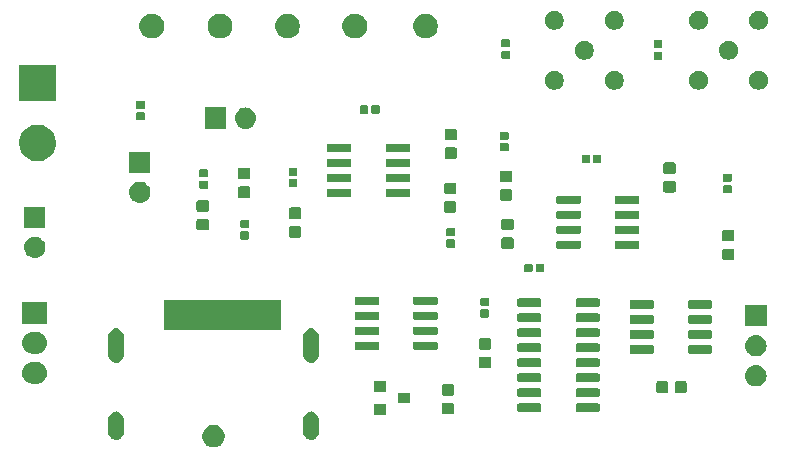
<source format=gts>
G04 #@! TF.GenerationSoftware,KiCad,Pcbnew,(5.1.4-0-10_14)*
G04 #@! TF.CreationDate,2020-03-06T11:16:09+09:00*
G04 #@! TF.ProjectId,ReadoutBoard_v3_2,52656164-6f75-4744-926f-6172645f7633,rev?*
G04 #@! TF.SameCoordinates,Original*
G04 #@! TF.FileFunction,Soldermask,Top*
G04 #@! TF.FilePolarity,Negative*
%FSLAX46Y46*%
G04 Gerber Fmt 4.6, Leading zero omitted, Abs format (unit mm)*
G04 Created by KiCad (PCBNEW (5.1.4-0-10_14)) date 2020-03-06 11:16:09*
%MOMM*%
%LPD*%
G04 APERTURE LIST*
%ADD10C,0.100000*%
G04 APERTURE END LIST*
D10*
G36*
X118920795Y-119795546D02*
G01*
X119093866Y-119867234D01*
X119093867Y-119867235D01*
X119249627Y-119971310D01*
X119382090Y-120103773D01*
X119382091Y-120103775D01*
X119486166Y-120259534D01*
X119557854Y-120432605D01*
X119594400Y-120616333D01*
X119594400Y-120803667D01*
X119557854Y-120987395D01*
X119486166Y-121160466D01*
X119486165Y-121160467D01*
X119382090Y-121316227D01*
X119249627Y-121448690D01*
X119171218Y-121501081D01*
X119093866Y-121552766D01*
X118920795Y-121624454D01*
X118737067Y-121661000D01*
X118549733Y-121661000D01*
X118366005Y-121624454D01*
X118192934Y-121552766D01*
X118115582Y-121501081D01*
X118037173Y-121448690D01*
X117904710Y-121316227D01*
X117800635Y-121160467D01*
X117800634Y-121160466D01*
X117728946Y-120987395D01*
X117692400Y-120803667D01*
X117692400Y-120616333D01*
X117728946Y-120432605D01*
X117800634Y-120259534D01*
X117904709Y-120103775D01*
X117904710Y-120103773D01*
X118037173Y-119971310D01*
X118192933Y-119867235D01*
X118192934Y-119867234D01*
X118366005Y-119795546D01*
X118549733Y-119759000D01*
X118737067Y-119759000D01*
X118920795Y-119795546D01*
X118920795Y-119795546D01*
G37*
G36*
X127031017Y-118618420D02*
G01*
X127121803Y-118645960D01*
X127153735Y-118655646D01*
X127266824Y-118716094D01*
X127365954Y-118797447D01*
X127447306Y-118896575D01*
X127507754Y-119009664D01*
X127517440Y-119041596D01*
X127544980Y-119132382D01*
X127554400Y-119228027D01*
X127554400Y-120391973D01*
X127544980Y-120487618D01*
X127517440Y-120578404D01*
X127507754Y-120610336D01*
X127447306Y-120723425D01*
X127365954Y-120822554D01*
X127266825Y-120903906D01*
X127153736Y-120964354D01*
X127121804Y-120974040D01*
X127031018Y-121001580D01*
X126903400Y-121014149D01*
X126775783Y-121001580D01*
X126684997Y-120974040D01*
X126653065Y-120964354D01*
X126539976Y-120903906D01*
X126440847Y-120822554D01*
X126359495Y-120723425D01*
X126299047Y-120610336D01*
X126289361Y-120578404D01*
X126261821Y-120487618D01*
X126252401Y-120391973D01*
X126252400Y-119228028D01*
X126261820Y-119132383D01*
X126299045Y-119009669D01*
X126299046Y-119009665D01*
X126359494Y-118896576D01*
X126440847Y-118797446D01*
X126539975Y-118716094D01*
X126653064Y-118655646D01*
X126684996Y-118645960D01*
X126775782Y-118618420D01*
X126903400Y-118605851D01*
X127031017Y-118618420D01*
X127031017Y-118618420D01*
G37*
G36*
X110521017Y-118618420D02*
G01*
X110611803Y-118645960D01*
X110643735Y-118655646D01*
X110756824Y-118716094D01*
X110855954Y-118797447D01*
X110937306Y-118896575D01*
X110997754Y-119009664D01*
X111007440Y-119041596D01*
X111034980Y-119132382D01*
X111044400Y-119228027D01*
X111044400Y-120391973D01*
X111034980Y-120487618D01*
X111007440Y-120578404D01*
X110997754Y-120610336D01*
X110937306Y-120723425D01*
X110855954Y-120822554D01*
X110756825Y-120903906D01*
X110643736Y-120964354D01*
X110611804Y-120974040D01*
X110521018Y-121001580D01*
X110393400Y-121014149D01*
X110265783Y-121001580D01*
X110174997Y-120974040D01*
X110143065Y-120964354D01*
X110029976Y-120903906D01*
X109930847Y-120822554D01*
X109849495Y-120723425D01*
X109789047Y-120610336D01*
X109779361Y-120578404D01*
X109751821Y-120487618D01*
X109742401Y-120391973D01*
X109742400Y-119228028D01*
X109751820Y-119132383D01*
X109789045Y-119009669D01*
X109789046Y-119009665D01*
X109849494Y-118896576D01*
X109930847Y-118797446D01*
X110029975Y-118716094D01*
X110143064Y-118655646D01*
X110174996Y-118645960D01*
X110265782Y-118618420D01*
X110393400Y-118605851D01*
X110521017Y-118618420D01*
X110521017Y-118618420D01*
G37*
G36*
X133257400Y-118876000D02*
G01*
X132255400Y-118876000D01*
X132255400Y-117974000D01*
X133257400Y-117974000D01*
X133257400Y-118876000D01*
X133257400Y-118876000D01*
G37*
G36*
X138860391Y-117879685D02*
G01*
X138894369Y-117889993D01*
X138925690Y-117906734D01*
X138953139Y-117929261D01*
X138975666Y-117956710D01*
X138992407Y-117988031D01*
X139002715Y-118022009D01*
X139006800Y-118063490D01*
X139006800Y-118664710D01*
X139002715Y-118706191D01*
X138992407Y-118740169D01*
X138975666Y-118771490D01*
X138953139Y-118798939D01*
X138925690Y-118821466D01*
X138894369Y-118838207D01*
X138860391Y-118848515D01*
X138818910Y-118852600D01*
X138142690Y-118852600D01*
X138101209Y-118848515D01*
X138067231Y-118838207D01*
X138035910Y-118821466D01*
X138008461Y-118798939D01*
X137985934Y-118771490D01*
X137969193Y-118740169D01*
X137958885Y-118706191D01*
X137954800Y-118664710D01*
X137954800Y-118063490D01*
X137958885Y-118022009D01*
X137969193Y-117988031D01*
X137985934Y-117956710D01*
X138008461Y-117929261D01*
X138035910Y-117906734D01*
X138067231Y-117889993D01*
X138101209Y-117879685D01*
X138142690Y-117875600D01*
X138818910Y-117875600D01*
X138860391Y-117879685D01*
X138860391Y-117879685D01*
G37*
G36*
X146313328Y-117939564D02*
G01*
X146334409Y-117945960D01*
X146353845Y-117956348D01*
X146370876Y-117970324D01*
X146384852Y-117987355D01*
X146395240Y-118006791D01*
X146401636Y-118027872D01*
X146404400Y-118055940D01*
X146404400Y-118519660D01*
X146401636Y-118547728D01*
X146395240Y-118568809D01*
X146384852Y-118588245D01*
X146370876Y-118605276D01*
X146353845Y-118619252D01*
X146334409Y-118629640D01*
X146313328Y-118636036D01*
X146285260Y-118638800D01*
X144471540Y-118638800D01*
X144443472Y-118636036D01*
X144422391Y-118629640D01*
X144402955Y-118619252D01*
X144385924Y-118605276D01*
X144371948Y-118588245D01*
X144361560Y-118568809D01*
X144355164Y-118547728D01*
X144352400Y-118519660D01*
X144352400Y-118055940D01*
X144355164Y-118027872D01*
X144361560Y-118006791D01*
X144371948Y-117987355D01*
X144385924Y-117970324D01*
X144402955Y-117956348D01*
X144422391Y-117945960D01*
X144443472Y-117939564D01*
X144471540Y-117936800D01*
X146285260Y-117936800D01*
X146313328Y-117939564D01*
X146313328Y-117939564D01*
G37*
G36*
X151263328Y-117939564D02*
G01*
X151284409Y-117945960D01*
X151303845Y-117956348D01*
X151320876Y-117970324D01*
X151334852Y-117987355D01*
X151345240Y-118006791D01*
X151351636Y-118027872D01*
X151354400Y-118055940D01*
X151354400Y-118519660D01*
X151351636Y-118547728D01*
X151345240Y-118568809D01*
X151334852Y-118588245D01*
X151320876Y-118605276D01*
X151303845Y-118619252D01*
X151284409Y-118629640D01*
X151263328Y-118636036D01*
X151235260Y-118638800D01*
X149421540Y-118638800D01*
X149393472Y-118636036D01*
X149372391Y-118629640D01*
X149352955Y-118619252D01*
X149335924Y-118605276D01*
X149321948Y-118588245D01*
X149311560Y-118568809D01*
X149305164Y-118547728D01*
X149302400Y-118519660D01*
X149302400Y-118055940D01*
X149305164Y-118027872D01*
X149311560Y-118006791D01*
X149321948Y-117987355D01*
X149335924Y-117970324D01*
X149352955Y-117956348D01*
X149372391Y-117945960D01*
X149393472Y-117939564D01*
X149421540Y-117936800D01*
X151235260Y-117936800D01*
X151263328Y-117939564D01*
X151263328Y-117939564D01*
G37*
G36*
X135257400Y-117926000D02*
G01*
X134255400Y-117926000D01*
X134255400Y-117024000D01*
X135257400Y-117024000D01*
X135257400Y-117926000D01*
X135257400Y-117926000D01*
G37*
G36*
X146313328Y-116669564D02*
G01*
X146334409Y-116675960D01*
X146353845Y-116686348D01*
X146370876Y-116700324D01*
X146384852Y-116717355D01*
X146395240Y-116736791D01*
X146401636Y-116757872D01*
X146404400Y-116785940D01*
X146404400Y-117249660D01*
X146401636Y-117277728D01*
X146395240Y-117298809D01*
X146384852Y-117318245D01*
X146370876Y-117335276D01*
X146353845Y-117349252D01*
X146334409Y-117359640D01*
X146313328Y-117366036D01*
X146285260Y-117368800D01*
X144471540Y-117368800D01*
X144443472Y-117366036D01*
X144422391Y-117359640D01*
X144402955Y-117349252D01*
X144385924Y-117335276D01*
X144371948Y-117318245D01*
X144361560Y-117298809D01*
X144355164Y-117277728D01*
X144352400Y-117249660D01*
X144352400Y-116785940D01*
X144355164Y-116757872D01*
X144361560Y-116736791D01*
X144371948Y-116717355D01*
X144385924Y-116700324D01*
X144402955Y-116686348D01*
X144422391Y-116675960D01*
X144443472Y-116669564D01*
X144471540Y-116666800D01*
X146285260Y-116666800D01*
X146313328Y-116669564D01*
X146313328Y-116669564D01*
G37*
G36*
X151263328Y-116669564D02*
G01*
X151284409Y-116675960D01*
X151303845Y-116686348D01*
X151320876Y-116700324D01*
X151334852Y-116717355D01*
X151345240Y-116736791D01*
X151351636Y-116757872D01*
X151354400Y-116785940D01*
X151354400Y-117249660D01*
X151351636Y-117277728D01*
X151345240Y-117298809D01*
X151334852Y-117318245D01*
X151320876Y-117335276D01*
X151303845Y-117349252D01*
X151284409Y-117359640D01*
X151263328Y-117366036D01*
X151235260Y-117368800D01*
X149421540Y-117368800D01*
X149393472Y-117366036D01*
X149372391Y-117359640D01*
X149352955Y-117349252D01*
X149335924Y-117335276D01*
X149321948Y-117318245D01*
X149311560Y-117298809D01*
X149305164Y-117277728D01*
X149302400Y-117249660D01*
X149302400Y-116785940D01*
X149305164Y-116757872D01*
X149311560Y-116736791D01*
X149321948Y-116717355D01*
X149335924Y-116700324D01*
X149352955Y-116686348D01*
X149372391Y-116675960D01*
X149393472Y-116669564D01*
X149421540Y-116666800D01*
X151235260Y-116666800D01*
X151263328Y-116669564D01*
X151263328Y-116669564D01*
G37*
G36*
X138860391Y-116304685D02*
G01*
X138894369Y-116314993D01*
X138925690Y-116331734D01*
X138953139Y-116354261D01*
X138975666Y-116381710D01*
X138992407Y-116413031D01*
X139002715Y-116447009D01*
X139006800Y-116488490D01*
X139006800Y-117089710D01*
X139002715Y-117131191D01*
X138992407Y-117165169D01*
X138975666Y-117196490D01*
X138953139Y-117223939D01*
X138925690Y-117246466D01*
X138894369Y-117263207D01*
X138860391Y-117273515D01*
X138818910Y-117277600D01*
X138142690Y-117277600D01*
X138101209Y-117273515D01*
X138067231Y-117263207D01*
X138035910Y-117246466D01*
X138008461Y-117223939D01*
X137985934Y-117196490D01*
X137969193Y-117165169D01*
X137958885Y-117131191D01*
X137954800Y-117089710D01*
X137954800Y-116488490D01*
X137958885Y-116447009D01*
X137969193Y-116413031D01*
X137985934Y-116381710D01*
X138008461Y-116354261D01*
X138035910Y-116331734D01*
X138067231Y-116314993D01*
X138101209Y-116304685D01*
X138142690Y-116300600D01*
X138818910Y-116300600D01*
X138860391Y-116304685D01*
X138860391Y-116304685D01*
G37*
G36*
X158558791Y-116038685D02*
G01*
X158592769Y-116048993D01*
X158624090Y-116065734D01*
X158651539Y-116088261D01*
X158674066Y-116115710D01*
X158690807Y-116147031D01*
X158701115Y-116181009D01*
X158705200Y-116222490D01*
X158705200Y-116898710D01*
X158701115Y-116940191D01*
X158690807Y-116974169D01*
X158674066Y-117005490D01*
X158651539Y-117032939D01*
X158624090Y-117055466D01*
X158592769Y-117072207D01*
X158558791Y-117082515D01*
X158517310Y-117086600D01*
X157916090Y-117086600D01*
X157874609Y-117082515D01*
X157840631Y-117072207D01*
X157809310Y-117055466D01*
X157781861Y-117032939D01*
X157759334Y-117005490D01*
X157742593Y-116974169D01*
X157732285Y-116940191D01*
X157728200Y-116898710D01*
X157728200Y-116222490D01*
X157732285Y-116181009D01*
X157742593Y-116147031D01*
X157759334Y-116115710D01*
X157781861Y-116088261D01*
X157809310Y-116065734D01*
X157840631Y-116048993D01*
X157874609Y-116038685D01*
X157916090Y-116034600D01*
X158517310Y-116034600D01*
X158558791Y-116038685D01*
X158558791Y-116038685D01*
G37*
G36*
X156983791Y-116038685D02*
G01*
X157017769Y-116048993D01*
X157049090Y-116065734D01*
X157076539Y-116088261D01*
X157099066Y-116115710D01*
X157115807Y-116147031D01*
X157126115Y-116181009D01*
X157130200Y-116222490D01*
X157130200Y-116898710D01*
X157126115Y-116940191D01*
X157115807Y-116974169D01*
X157099066Y-117005490D01*
X157076539Y-117032939D01*
X157049090Y-117055466D01*
X157017769Y-117072207D01*
X156983791Y-117082515D01*
X156942310Y-117086600D01*
X156341090Y-117086600D01*
X156299609Y-117082515D01*
X156265631Y-117072207D01*
X156234310Y-117055466D01*
X156206861Y-117032939D01*
X156184334Y-117005490D01*
X156167593Y-116974169D01*
X156157285Y-116940191D01*
X156153200Y-116898710D01*
X156153200Y-116222490D01*
X156157285Y-116181009D01*
X156167593Y-116147031D01*
X156184334Y-116115710D01*
X156206861Y-116088261D01*
X156234310Y-116065734D01*
X156265631Y-116048993D01*
X156299609Y-116038685D01*
X156341090Y-116034600D01*
X156942310Y-116034600D01*
X156983791Y-116038685D01*
X156983791Y-116038685D01*
G37*
G36*
X133257400Y-116976000D02*
G01*
X132255400Y-116976000D01*
X132255400Y-116074000D01*
X133257400Y-116074000D01*
X133257400Y-116976000D01*
X133257400Y-116976000D01*
G37*
G36*
X164677043Y-114700919D02*
G01*
X164743227Y-114707437D01*
X164913066Y-114758957D01*
X165069591Y-114842622D01*
X165105329Y-114871952D01*
X165206786Y-114955214D01*
X165290048Y-115056671D01*
X165319378Y-115092409D01*
X165403043Y-115248934D01*
X165454563Y-115418773D01*
X165471959Y-115595400D01*
X165454563Y-115772027D01*
X165403043Y-115941866D01*
X165319378Y-116098391D01*
X165290048Y-116134129D01*
X165206786Y-116235586D01*
X165110027Y-116314993D01*
X165069591Y-116348178D01*
X164913066Y-116431843D01*
X164743227Y-116483363D01*
X164677042Y-116489882D01*
X164610860Y-116496400D01*
X164522340Y-116496400D01*
X164456158Y-116489882D01*
X164389973Y-116483363D01*
X164220134Y-116431843D01*
X164063609Y-116348178D01*
X164023173Y-116314993D01*
X163926414Y-116235586D01*
X163843152Y-116134129D01*
X163813822Y-116098391D01*
X163730157Y-115941866D01*
X163678637Y-115772027D01*
X163661241Y-115595400D01*
X163678637Y-115418773D01*
X163730157Y-115248934D01*
X163813822Y-115092409D01*
X163843152Y-115056671D01*
X163926414Y-114955214D01*
X164027871Y-114871952D01*
X164063609Y-114842622D01*
X164220134Y-114758957D01*
X164389973Y-114707437D01*
X164456157Y-114700919D01*
X164522340Y-114694400D01*
X164610860Y-114694400D01*
X164677043Y-114700919D01*
X164677043Y-114700919D01*
G37*
G36*
X103815343Y-114436761D02*
G01*
X103834568Y-114438654D01*
X104007234Y-114491032D01*
X104166365Y-114576089D01*
X104305844Y-114690556D01*
X104420311Y-114830035D01*
X104505368Y-114989166D01*
X104505368Y-114989167D01*
X104536687Y-115092409D01*
X104557746Y-115161833D01*
X104575432Y-115341400D01*
X104563082Y-115466791D01*
X104557746Y-115520968D01*
X104542174Y-115572300D01*
X104505368Y-115693634D01*
X104420311Y-115852765D01*
X104305844Y-115992244D01*
X104166365Y-116106711D01*
X104007234Y-116191768D01*
X103920900Y-116217957D01*
X103834568Y-116244146D01*
X103815343Y-116246039D01*
X103699998Y-116257400D01*
X103310002Y-116257400D01*
X103194657Y-116246039D01*
X103175432Y-116244146D01*
X103089100Y-116217957D01*
X103002766Y-116191768D01*
X102843635Y-116106711D01*
X102704156Y-115992244D01*
X102589689Y-115852765D01*
X102504632Y-115693634D01*
X102467826Y-115572300D01*
X102452254Y-115520968D01*
X102446918Y-115466791D01*
X102434568Y-115341400D01*
X102452254Y-115161833D01*
X102473314Y-115092409D01*
X102504632Y-114989167D01*
X102504632Y-114989166D01*
X102589689Y-114830035D01*
X102704156Y-114690556D01*
X102843635Y-114576089D01*
X103002766Y-114491032D01*
X103175432Y-114438654D01*
X103194657Y-114436761D01*
X103310002Y-114425400D01*
X103699998Y-114425400D01*
X103815343Y-114436761D01*
X103815343Y-114436761D01*
G37*
G36*
X151263328Y-115399564D02*
G01*
X151284409Y-115405960D01*
X151303845Y-115416348D01*
X151320876Y-115430324D01*
X151334852Y-115447355D01*
X151345240Y-115466791D01*
X151351636Y-115487872D01*
X151354400Y-115515940D01*
X151354400Y-115979660D01*
X151351636Y-116007728D01*
X151345240Y-116028809D01*
X151334852Y-116048245D01*
X151320876Y-116065276D01*
X151303845Y-116079252D01*
X151284409Y-116089640D01*
X151263328Y-116096036D01*
X151235260Y-116098800D01*
X149421540Y-116098800D01*
X149393472Y-116096036D01*
X149372391Y-116089640D01*
X149352955Y-116079252D01*
X149335924Y-116065276D01*
X149321948Y-116048245D01*
X149311560Y-116028809D01*
X149305164Y-116007728D01*
X149302400Y-115979660D01*
X149302400Y-115515940D01*
X149305164Y-115487872D01*
X149311560Y-115466791D01*
X149321948Y-115447355D01*
X149335924Y-115430324D01*
X149352955Y-115416348D01*
X149372391Y-115405960D01*
X149393472Y-115399564D01*
X149421540Y-115396800D01*
X151235260Y-115396800D01*
X151263328Y-115399564D01*
X151263328Y-115399564D01*
G37*
G36*
X146313328Y-115399564D02*
G01*
X146334409Y-115405960D01*
X146353845Y-115416348D01*
X146370876Y-115430324D01*
X146384852Y-115447355D01*
X146395240Y-115466791D01*
X146401636Y-115487872D01*
X146404400Y-115515940D01*
X146404400Y-115979660D01*
X146401636Y-116007728D01*
X146395240Y-116028809D01*
X146384852Y-116048245D01*
X146370876Y-116065276D01*
X146353845Y-116079252D01*
X146334409Y-116089640D01*
X146313328Y-116096036D01*
X146285260Y-116098800D01*
X144471540Y-116098800D01*
X144443472Y-116096036D01*
X144422391Y-116089640D01*
X144402955Y-116079252D01*
X144385924Y-116065276D01*
X144371948Y-116048245D01*
X144361560Y-116028809D01*
X144355164Y-116007728D01*
X144352400Y-115979660D01*
X144352400Y-115515940D01*
X144355164Y-115487872D01*
X144361560Y-115466791D01*
X144371948Y-115447355D01*
X144385924Y-115430324D01*
X144402955Y-115416348D01*
X144422391Y-115405960D01*
X144443472Y-115399564D01*
X144471540Y-115396800D01*
X146285260Y-115396800D01*
X146313328Y-115399564D01*
X146313328Y-115399564D01*
G37*
G36*
X142009991Y-113993485D02*
G01*
X142043969Y-114003793D01*
X142075290Y-114020534D01*
X142102739Y-114043061D01*
X142125266Y-114070510D01*
X142142007Y-114101831D01*
X142152315Y-114135809D01*
X142156400Y-114177290D01*
X142156400Y-114778510D01*
X142152315Y-114819991D01*
X142142007Y-114853969D01*
X142125266Y-114885290D01*
X142102739Y-114912739D01*
X142075290Y-114935266D01*
X142043969Y-114952007D01*
X142009991Y-114962315D01*
X141968510Y-114966400D01*
X141292290Y-114966400D01*
X141250809Y-114962315D01*
X141216831Y-114952007D01*
X141185510Y-114935266D01*
X141158061Y-114912739D01*
X141135534Y-114885290D01*
X141118793Y-114853969D01*
X141108485Y-114819991D01*
X141104400Y-114778510D01*
X141104400Y-114177290D01*
X141108485Y-114135809D01*
X141118793Y-114101831D01*
X141135534Y-114070510D01*
X141158061Y-114043061D01*
X141185510Y-114020534D01*
X141216831Y-114003793D01*
X141250809Y-113993485D01*
X141292290Y-113989400D01*
X141968510Y-113989400D01*
X142009991Y-113993485D01*
X142009991Y-113993485D01*
G37*
G36*
X151263328Y-114129564D02*
G01*
X151284409Y-114135960D01*
X151303845Y-114146348D01*
X151320876Y-114160324D01*
X151334852Y-114177355D01*
X151345240Y-114196791D01*
X151351636Y-114217872D01*
X151354400Y-114245940D01*
X151354400Y-114709660D01*
X151351636Y-114737728D01*
X151345240Y-114758809D01*
X151334852Y-114778245D01*
X151320876Y-114795276D01*
X151303845Y-114809252D01*
X151284409Y-114819640D01*
X151263328Y-114826036D01*
X151235260Y-114828800D01*
X149421540Y-114828800D01*
X149393472Y-114826036D01*
X149372391Y-114819640D01*
X149352955Y-114809252D01*
X149335924Y-114795276D01*
X149321948Y-114778245D01*
X149311560Y-114758809D01*
X149305164Y-114737728D01*
X149302400Y-114709660D01*
X149302400Y-114245940D01*
X149305164Y-114217872D01*
X149311560Y-114196791D01*
X149321948Y-114177355D01*
X149335924Y-114160324D01*
X149352955Y-114146348D01*
X149372391Y-114135960D01*
X149393472Y-114129564D01*
X149421540Y-114126800D01*
X151235260Y-114126800D01*
X151263328Y-114129564D01*
X151263328Y-114129564D01*
G37*
G36*
X146313328Y-114129564D02*
G01*
X146334409Y-114135960D01*
X146353845Y-114146348D01*
X146370876Y-114160324D01*
X146384852Y-114177355D01*
X146395240Y-114196791D01*
X146401636Y-114217872D01*
X146404400Y-114245940D01*
X146404400Y-114709660D01*
X146401636Y-114737728D01*
X146395240Y-114758809D01*
X146384852Y-114778245D01*
X146370876Y-114795276D01*
X146353845Y-114809252D01*
X146334409Y-114819640D01*
X146313328Y-114826036D01*
X146285260Y-114828800D01*
X144471540Y-114828800D01*
X144443472Y-114826036D01*
X144422391Y-114819640D01*
X144402955Y-114809252D01*
X144385924Y-114795276D01*
X144371948Y-114778245D01*
X144361560Y-114758809D01*
X144355164Y-114737728D01*
X144352400Y-114709660D01*
X144352400Y-114245940D01*
X144355164Y-114217872D01*
X144361560Y-114196791D01*
X144371948Y-114177355D01*
X144385924Y-114160324D01*
X144402955Y-114146348D01*
X144422391Y-114135960D01*
X144443472Y-114129564D01*
X144471540Y-114126800D01*
X146285260Y-114126800D01*
X146313328Y-114129564D01*
X146313328Y-114129564D01*
G37*
G36*
X127031017Y-111588420D02*
G01*
X127121803Y-111615960D01*
X127153735Y-111625646D01*
X127266824Y-111686094D01*
X127365954Y-111767447D01*
X127447306Y-111866575D01*
X127507754Y-111979664D01*
X127512448Y-111995138D01*
X127544980Y-112102382D01*
X127554400Y-112198027D01*
X127554400Y-113861973D01*
X127544980Y-113957618D01*
X127522852Y-114030564D01*
X127507754Y-114080336D01*
X127447306Y-114193425D01*
X127365954Y-114292554D01*
X127266825Y-114373906D01*
X127153736Y-114434354D01*
X127121804Y-114444040D01*
X127031018Y-114471580D01*
X126903400Y-114484149D01*
X126775783Y-114471580D01*
X126684997Y-114444040D01*
X126653065Y-114434354D01*
X126539976Y-114373906D01*
X126440847Y-114292554D01*
X126359495Y-114193425D01*
X126299047Y-114080336D01*
X126283949Y-114030564D01*
X126261821Y-113957618D01*
X126252401Y-113861973D01*
X126252400Y-112198028D01*
X126252430Y-112197728D01*
X126257075Y-112150557D01*
X126261820Y-112102383D01*
X126289360Y-112011597D01*
X126299046Y-111979665D01*
X126359494Y-111866576D01*
X126440847Y-111767446D01*
X126539975Y-111686094D01*
X126653064Y-111625646D01*
X126684996Y-111615960D01*
X126775782Y-111588420D01*
X126903400Y-111575851D01*
X127031017Y-111588420D01*
X127031017Y-111588420D01*
G37*
G36*
X110521017Y-111588420D02*
G01*
X110611803Y-111615960D01*
X110643735Y-111625646D01*
X110756824Y-111686094D01*
X110855954Y-111767447D01*
X110937306Y-111866575D01*
X110997754Y-111979664D01*
X111002448Y-111995138D01*
X111034980Y-112102382D01*
X111044400Y-112198027D01*
X111044400Y-113861973D01*
X111034980Y-113957618D01*
X111012852Y-114030564D01*
X110997754Y-114080336D01*
X110937306Y-114193425D01*
X110855954Y-114292554D01*
X110756825Y-114373906D01*
X110643736Y-114434354D01*
X110611804Y-114444040D01*
X110521018Y-114471580D01*
X110393400Y-114484149D01*
X110265783Y-114471580D01*
X110174997Y-114444040D01*
X110143065Y-114434354D01*
X110029976Y-114373906D01*
X109930847Y-114292554D01*
X109849495Y-114193425D01*
X109789047Y-114080336D01*
X109773949Y-114030564D01*
X109751821Y-113957618D01*
X109742401Y-113861973D01*
X109742400Y-112198028D01*
X109742430Y-112197728D01*
X109747075Y-112150557D01*
X109751820Y-112102383D01*
X109779360Y-112011597D01*
X109789046Y-111979665D01*
X109849494Y-111866576D01*
X109930847Y-111767446D01*
X110029975Y-111686094D01*
X110143064Y-111625646D01*
X110174996Y-111615960D01*
X110265782Y-111588420D01*
X110393400Y-111575851D01*
X110521017Y-111588420D01*
X110521017Y-111588420D01*
G37*
G36*
X164677043Y-112160919D02*
G01*
X164743227Y-112167437D01*
X164913066Y-112218957D01*
X165069591Y-112302622D01*
X165093276Y-112322060D01*
X165206786Y-112415214D01*
X165272682Y-112495510D01*
X165319378Y-112552409D01*
X165403043Y-112708934D01*
X165454563Y-112878773D01*
X165471959Y-113055400D01*
X165454563Y-113232027D01*
X165403043Y-113401866D01*
X165319378Y-113558391D01*
X165291746Y-113592060D01*
X165206786Y-113695586D01*
X165105329Y-113778848D01*
X165069591Y-113808178D01*
X164913066Y-113891843D01*
X164743227Y-113943363D01*
X164677043Y-113949881D01*
X164610860Y-113956400D01*
X164522340Y-113956400D01*
X164456157Y-113949881D01*
X164389973Y-113943363D01*
X164220134Y-113891843D01*
X164063609Y-113808178D01*
X164027871Y-113778848D01*
X163926414Y-113695586D01*
X163841454Y-113592060D01*
X163813822Y-113558391D01*
X163730157Y-113401866D01*
X163678637Y-113232027D01*
X163661241Y-113055400D01*
X163678637Y-112878773D01*
X163730157Y-112708934D01*
X163813822Y-112552409D01*
X163860518Y-112495510D01*
X163926414Y-112415214D01*
X164039924Y-112322060D01*
X164063609Y-112302622D01*
X164220134Y-112218957D01*
X164389973Y-112167437D01*
X164456157Y-112160919D01*
X164522340Y-112154400D01*
X164610860Y-112154400D01*
X164677043Y-112160919D01*
X164677043Y-112160919D01*
G37*
G36*
X103815343Y-111896761D02*
G01*
X103834568Y-111898654D01*
X103887464Y-111914700D01*
X104007234Y-111951032D01*
X104166365Y-112036089D01*
X104305844Y-112150556D01*
X104420311Y-112290035D01*
X104505368Y-112449166D01*
X104505368Y-112449167D01*
X104540561Y-112565180D01*
X104557746Y-112621833D01*
X104575432Y-112801400D01*
X104563082Y-112926791D01*
X104557746Y-112980968D01*
X104549182Y-113009200D01*
X104505368Y-113153634D01*
X104420311Y-113312765D01*
X104305844Y-113452244D01*
X104166365Y-113566711D01*
X104007234Y-113651768D01*
X103977970Y-113660645D01*
X103834568Y-113704146D01*
X103815343Y-113706039D01*
X103699998Y-113717400D01*
X103310002Y-113717400D01*
X103194657Y-113706039D01*
X103175432Y-113704146D01*
X103032030Y-113660645D01*
X103002766Y-113651768D01*
X102843635Y-113566711D01*
X102704156Y-113452244D01*
X102589689Y-113312765D01*
X102504632Y-113153634D01*
X102460818Y-113009200D01*
X102452254Y-112980968D01*
X102446918Y-112926791D01*
X102434568Y-112801400D01*
X102452254Y-112621833D01*
X102469440Y-112565180D01*
X102504632Y-112449167D01*
X102504632Y-112449166D01*
X102589689Y-112290035D01*
X102704156Y-112150556D01*
X102843635Y-112036089D01*
X103002766Y-111951032D01*
X103122536Y-111914700D01*
X103175432Y-111898654D01*
X103194657Y-111896761D01*
X103310002Y-111885400D01*
X103699998Y-111885400D01*
X103815343Y-111896761D01*
X103815343Y-111896761D01*
G37*
G36*
X160788328Y-113011964D02*
G01*
X160809409Y-113018360D01*
X160828845Y-113028748D01*
X160845876Y-113042724D01*
X160859852Y-113059755D01*
X160870240Y-113079191D01*
X160876636Y-113100272D01*
X160879400Y-113128340D01*
X160879400Y-113592060D01*
X160876636Y-113620128D01*
X160870240Y-113641209D01*
X160859852Y-113660645D01*
X160845876Y-113677676D01*
X160828845Y-113691652D01*
X160809409Y-113702040D01*
X160788328Y-113708436D01*
X160760260Y-113711200D01*
X158946540Y-113711200D01*
X158918472Y-113708436D01*
X158897391Y-113702040D01*
X158877955Y-113691652D01*
X158860924Y-113677676D01*
X158846948Y-113660645D01*
X158836560Y-113641209D01*
X158830164Y-113620128D01*
X158827400Y-113592060D01*
X158827400Y-113128340D01*
X158830164Y-113100272D01*
X158836560Y-113079191D01*
X158846948Y-113059755D01*
X158860924Y-113042724D01*
X158877955Y-113028748D01*
X158897391Y-113018360D01*
X158918472Y-113011964D01*
X158946540Y-113009200D01*
X160760260Y-113009200D01*
X160788328Y-113011964D01*
X160788328Y-113011964D01*
G37*
G36*
X155838328Y-113011964D02*
G01*
X155859409Y-113018360D01*
X155878845Y-113028748D01*
X155895876Y-113042724D01*
X155909852Y-113059755D01*
X155920240Y-113079191D01*
X155926636Y-113100272D01*
X155929400Y-113128340D01*
X155929400Y-113592060D01*
X155926636Y-113620128D01*
X155920240Y-113641209D01*
X155909852Y-113660645D01*
X155895876Y-113677676D01*
X155878845Y-113691652D01*
X155859409Y-113702040D01*
X155838328Y-113708436D01*
X155810260Y-113711200D01*
X153996540Y-113711200D01*
X153968472Y-113708436D01*
X153947391Y-113702040D01*
X153927955Y-113691652D01*
X153910924Y-113677676D01*
X153896948Y-113660645D01*
X153886560Y-113641209D01*
X153880164Y-113620128D01*
X153877400Y-113592060D01*
X153877400Y-113128340D01*
X153880164Y-113100272D01*
X153886560Y-113079191D01*
X153896948Y-113059755D01*
X153910924Y-113042724D01*
X153927955Y-113028748D01*
X153947391Y-113018360D01*
X153968472Y-113011964D01*
X153996540Y-113009200D01*
X155810260Y-113009200D01*
X155838328Y-113011964D01*
X155838328Y-113011964D01*
G37*
G36*
X146313328Y-112859564D02*
G01*
X146334409Y-112865960D01*
X146353845Y-112876348D01*
X146370876Y-112890324D01*
X146384852Y-112907355D01*
X146395240Y-112926791D01*
X146401636Y-112947872D01*
X146404400Y-112975940D01*
X146404400Y-113439660D01*
X146401636Y-113467728D01*
X146395240Y-113488809D01*
X146384852Y-113508245D01*
X146370876Y-113525276D01*
X146353845Y-113539252D01*
X146334409Y-113549640D01*
X146313328Y-113556036D01*
X146285260Y-113558800D01*
X144471540Y-113558800D01*
X144443472Y-113556036D01*
X144422391Y-113549640D01*
X144402955Y-113539252D01*
X144385924Y-113525276D01*
X144371948Y-113508245D01*
X144361560Y-113488809D01*
X144355164Y-113467728D01*
X144352400Y-113439660D01*
X144352400Y-112975940D01*
X144355164Y-112947872D01*
X144361560Y-112926791D01*
X144371948Y-112907355D01*
X144385924Y-112890324D01*
X144402955Y-112876348D01*
X144422391Y-112865960D01*
X144443472Y-112859564D01*
X144471540Y-112856800D01*
X146285260Y-112856800D01*
X146313328Y-112859564D01*
X146313328Y-112859564D01*
G37*
G36*
X151263328Y-112859564D02*
G01*
X151284409Y-112865960D01*
X151303845Y-112876348D01*
X151320876Y-112890324D01*
X151334852Y-112907355D01*
X151345240Y-112926791D01*
X151351636Y-112947872D01*
X151354400Y-112975940D01*
X151354400Y-113439660D01*
X151351636Y-113467728D01*
X151345240Y-113488809D01*
X151334852Y-113508245D01*
X151320876Y-113525276D01*
X151303845Y-113539252D01*
X151284409Y-113549640D01*
X151263328Y-113556036D01*
X151235260Y-113558800D01*
X149421540Y-113558800D01*
X149393472Y-113556036D01*
X149372391Y-113549640D01*
X149352955Y-113539252D01*
X149335924Y-113525276D01*
X149321948Y-113508245D01*
X149311560Y-113488809D01*
X149305164Y-113467728D01*
X149302400Y-113439660D01*
X149302400Y-112975940D01*
X149305164Y-112947872D01*
X149311560Y-112926791D01*
X149321948Y-112907355D01*
X149335924Y-112890324D01*
X149352955Y-112876348D01*
X149372391Y-112865960D01*
X149393472Y-112859564D01*
X149421540Y-112856800D01*
X151235260Y-112856800D01*
X151263328Y-112859564D01*
X151263328Y-112859564D01*
G37*
G36*
X137521928Y-112707164D02*
G01*
X137543009Y-112713560D01*
X137562445Y-112723948D01*
X137579476Y-112737924D01*
X137593452Y-112754955D01*
X137603840Y-112774391D01*
X137610236Y-112795472D01*
X137613000Y-112823540D01*
X137613000Y-113287260D01*
X137610236Y-113315328D01*
X137603840Y-113336409D01*
X137593452Y-113355845D01*
X137579476Y-113372876D01*
X137562445Y-113386852D01*
X137543009Y-113397240D01*
X137521928Y-113403636D01*
X137493860Y-113406400D01*
X135680140Y-113406400D01*
X135652072Y-113403636D01*
X135630991Y-113397240D01*
X135611555Y-113386852D01*
X135594524Y-113372876D01*
X135580548Y-113355845D01*
X135570160Y-113336409D01*
X135563764Y-113315328D01*
X135561000Y-113287260D01*
X135561000Y-112823540D01*
X135563764Y-112795472D01*
X135570160Y-112774391D01*
X135580548Y-112754955D01*
X135594524Y-112737924D01*
X135611555Y-112723948D01*
X135630991Y-112713560D01*
X135652072Y-112707164D01*
X135680140Y-112704400D01*
X137493860Y-112704400D01*
X137521928Y-112707164D01*
X137521928Y-112707164D01*
G37*
G36*
X132571928Y-112707164D02*
G01*
X132593009Y-112713560D01*
X132612445Y-112723948D01*
X132629476Y-112737924D01*
X132643452Y-112754955D01*
X132653840Y-112774391D01*
X132660236Y-112795472D01*
X132663000Y-112823540D01*
X132663000Y-113287260D01*
X132660236Y-113315328D01*
X132653840Y-113336409D01*
X132643452Y-113355845D01*
X132629476Y-113372876D01*
X132612445Y-113386852D01*
X132593009Y-113397240D01*
X132571928Y-113403636D01*
X132543860Y-113406400D01*
X130730140Y-113406400D01*
X130702072Y-113403636D01*
X130680991Y-113397240D01*
X130661555Y-113386852D01*
X130644524Y-113372876D01*
X130630548Y-113355845D01*
X130620160Y-113336409D01*
X130613764Y-113315328D01*
X130611000Y-113287260D01*
X130611000Y-112823540D01*
X130613764Y-112795472D01*
X130620160Y-112774391D01*
X130630548Y-112754955D01*
X130644524Y-112737924D01*
X130661555Y-112723948D01*
X130680991Y-112713560D01*
X130702072Y-112707164D01*
X130730140Y-112704400D01*
X132543860Y-112704400D01*
X132571928Y-112707164D01*
X132571928Y-112707164D01*
G37*
G36*
X142009991Y-112418485D02*
G01*
X142043969Y-112428793D01*
X142075290Y-112445534D01*
X142102739Y-112468061D01*
X142125266Y-112495510D01*
X142142007Y-112526831D01*
X142152315Y-112560809D01*
X142156400Y-112602290D01*
X142156400Y-113203510D01*
X142152315Y-113244991D01*
X142142007Y-113278969D01*
X142125266Y-113310290D01*
X142102739Y-113337739D01*
X142075290Y-113360266D01*
X142043969Y-113377007D01*
X142009991Y-113387315D01*
X141968510Y-113391400D01*
X141292290Y-113391400D01*
X141250809Y-113387315D01*
X141216831Y-113377007D01*
X141185510Y-113360266D01*
X141158061Y-113337739D01*
X141135534Y-113310290D01*
X141118793Y-113278969D01*
X141108485Y-113244991D01*
X141104400Y-113203510D01*
X141104400Y-112602290D01*
X141108485Y-112560809D01*
X141118793Y-112526831D01*
X141135534Y-112495510D01*
X141158061Y-112468061D01*
X141185510Y-112445534D01*
X141216831Y-112428793D01*
X141250809Y-112418485D01*
X141292290Y-112414400D01*
X141968510Y-112414400D01*
X142009991Y-112418485D01*
X142009991Y-112418485D01*
G37*
G36*
X160788328Y-111741964D02*
G01*
X160809409Y-111748360D01*
X160828845Y-111758748D01*
X160845876Y-111772724D01*
X160859852Y-111789755D01*
X160870240Y-111809191D01*
X160876636Y-111830272D01*
X160879400Y-111858340D01*
X160879400Y-112322060D01*
X160876636Y-112350128D01*
X160870240Y-112371209D01*
X160859852Y-112390645D01*
X160845876Y-112407676D01*
X160828845Y-112421652D01*
X160809409Y-112432040D01*
X160788328Y-112438436D01*
X160760260Y-112441200D01*
X158946540Y-112441200D01*
X158918472Y-112438436D01*
X158897391Y-112432040D01*
X158877955Y-112421652D01*
X158860924Y-112407676D01*
X158846948Y-112390645D01*
X158836560Y-112371209D01*
X158830164Y-112350128D01*
X158827400Y-112322060D01*
X158827400Y-111858340D01*
X158830164Y-111830272D01*
X158836560Y-111809191D01*
X158846948Y-111789755D01*
X158860924Y-111772724D01*
X158877955Y-111758748D01*
X158897391Y-111748360D01*
X158918472Y-111741964D01*
X158946540Y-111739200D01*
X160760260Y-111739200D01*
X160788328Y-111741964D01*
X160788328Y-111741964D01*
G37*
G36*
X155838328Y-111741964D02*
G01*
X155859409Y-111748360D01*
X155878845Y-111758748D01*
X155895876Y-111772724D01*
X155909852Y-111789755D01*
X155920240Y-111809191D01*
X155926636Y-111830272D01*
X155929400Y-111858340D01*
X155929400Y-112322060D01*
X155926636Y-112350128D01*
X155920240Y-112371209D01*
X155909852Y-112390645D01*
X155895876Y-112407676D01*
X155878845Y-112421652D01*
X155859409Y-112432040D01*
X155838328Y-112438436D01*
X155810260Y-112441200D01*
X153996540Y-112441200D01*
X153968472Y-112438436D01*
X153947391Y-112432040D01*
X153927955Y-112421652D01*
X153910924Y-112407676D01*
X153896948Y-112390645D01*
X153886560Y-112371209D01*
X153880164Y-112350128D01*
X153877400Y-112322060D01*
X153877400Y-111858340D01*
X153880164Y-111830272D01*
X153886560Y-111809191D01*
X153896948Y-111789755D01*
X153910924Y-111772724D01*
X153927955Y-111758748D01*
X153947391Y-111748360D01*
X153968472Y-111741964D01*
X153996540Y-111739200D01*
X155810260Y-111739200D01*
X155838328Y-111741964D01*
X155838328Y-111741964D01*
G37*
G36*
X146313328Y-111589564D02*
G01*
X146334409Y-111595960D01*
X146353845Y-111606348D01*
X146370876Y-111620324D01*
X146384852Y-111637355D01*
X146395240Y-111656791D01*
X146401636Y-111677872D01*
X146404400Y-111705940D01*
X146404400Y-112169660D01*
X146401636Y-112197728D01*
X146395240Y-112218809D01*
X146384852Y-112238245D01*
X146370876Y-112255276D01*
X146353845Y-112269252D01*
X146334409Y-112279640D01*
X146313328Y-112286036D01*
X146285260Y-112288800D01*
X144471540Y-112288800D01*
X144443472Y-112286036D01*
X144422391Y-112279640D01*
X144402955Y-112269252D01*
X144385924Y-112255276D01*
X144371948Y-112238245D01*
X144361560Y-112218809D01*
X144355164Y-112197728D01*
X144352400Y-112169660D01*
X144352400Y-111705940D01*
X144355164Y-111677872D01*
X144361560Y-111656791D01*
X144371948Y-111637355D01*
X144385924Y-111620324D01*
X144402955Y-111606348D01*
X144422391Y-111595960D01*
X144443472Y-111589564D01*
X144471540Y-111586800D01*
X146285260Y-111586800D01*
X146313328Y-111589564D01*
X146313328Y-111589564D01*
G37*
G36*
X151263328Y-111589564D02*
G01*
X151284409Y-111595960D01*
X151303845Y-111606348D01*
X151320876Y-111620324D01*
X151334852Y-111637355D01*
X151345240Y-111656791D01*
X151351636Y-111677872D01*
X151354400Y-111705940D01*
X151354400Y-112169660D01*
X151351636Y-112197728D01*
X151345240Y-112218809D01*
X151334852Y-112238245D01*
X151320876Y-112255276D01*
X151303845Y-112269252D01*
X151284409Y-112279640D01*
X151263328Y-112286036D01*
X151235260Y-112288800D01*
X149421540Y-112288800D01*
X149393472Y-112286036D01*
X149372391Y-112279640D01*
X149352955Y-112269252D01*
X149335924Y-112255276D01*
X149321948Y-112238245D01*
X149311560Y-112218809D01*
X149305164Y-112197728D01*
X149302400Y-112169660D01*
X149302400Y-111705940D01*
X149305164Y-111677872D01*
X149311560Y-111656791D01*
X149321948Y-111637355D01*
X149335924Y-111620324D01*
X149352955Y-111606348D01*
X149372391Y-111595960D01*
X149393472Y-111589564D01*
X149421540Y-111586800D01*
X151235260Y-111586800D01*
X151263328Y-111589564D01*
X151263328Y-111589564D01*
G37*
G36*
X137521928Y-111437164D02*
G01*
X137543009Y-111443560D01*
X137562445Y-111453948D01*
X137579476Y-111467924D01*
X137593452Y-111484955D01*
X137603840Y-111504391D01*
X137610236Y-111525472D01*
X137613000Y-111553540D01*
X137613000Y-112017260D01*
X137610236Y-112045328D01*
X137603840Y-112066409D01*
X137593452Y-112085845D01*
X137579476Y-112102876D01*
X137562445Y-112116852D01*
X137543009Y-112127240D01*
X137521928Y-112133636D01*
X137493860Y-112136400D01*
X135680140Y-112136400D01*
X135652072Y-112133636D01*
X135630991Y-112127240D01*
X135611555Y-112116852D01*
X135594524Y-112102876D01*
X135580548Y-112085845D01*
X135570160Y-112066409D01*
X135563764Y-112045328D01*
X135561000Y-112017260D01*
X135561000Y-111553540D01*
X135563764Y-111525472D01*
X135570160Y-111504391D01*
X135580548Y-111484955D01*
X135594524Y-111467924D01*
X135611555Y-111453948D01*
X135630991Y-111443560D01*
X135652072Y-111437164D01*
X135680140Y-111434400D01*
X137493860Y-111434400D01*
X137521928Y-111437164D01*
X137521928Y-111437164D01*
G37*
G36*
X132571928Y-111437164D02*
G01*
X132593009Y-111443560D01*
X132612445Y-111453948D01*
X132629476Y-111467924D01*
X132643452Y-111484955D01*
X132653840Y-111504391D01*
X132660236Y-111525472D01*
X132663000Y-111553540D01*
X132663000Y-112017260D01*
X132660236Y-112045328D01*
X132653840Y-112066409D01*
X132643452Y-112085845D01*
X132629476Y-112102876D01*
X132612445Y-112116852D01*
X132593009Y-112127240D01*
X132571928Y-112133636D01*
X132543860Y-112136400D01*
X130730140Y-112136400D01*
X130702072Y-112133636D01*
X130680991Y-112127240D01*
X130661555Y-112116852D01*
X130644524Y-112102876D01*
X130630548Y-112085845D01*
X130620160Y-112066409D01*
X130613764Y-112045328D01*
X130611000Y-112017260D01*
X130611000Y-111553540D01*
X130613764Y-111525472D01*
X130620160Y-111504391D01*
X130630548Y-111484955D01*
X130644524Y-111467924D01*
X130661555Y-111453948D01*
X130680991Y-111443560D01*
X130702072Y-111437164D01*
X130730140Y-111434400D01*
X132543860Y-111434400D01*
X132571928Y-111437164D01*
X132571928Y-111437164D01*
G37*
G36*
X124334400Y-111681000D02*
G01*
X114452400Y-111681000D01*
X114452400Y-109179000D01*
X124334400Y-109179000D01*
X124334400Y-111681000D01*
X124334400Y-111681000D01*
G37*
G36*
X165467600Y-111416400D02*
G01*
X163665600Y-111416400D01*
X163665600Y-109614400D01*
X165467600Y-109614400D01*
X165467600Y-111416400D01*
X165467600Y-111416400D01*
G37*
G36*
X104571000Y-111177400D02*
G01*
X102439000Y-111177400D01*
X102439000Y-109345400D01*
X104571000Y-109345400D01*
X104571000Y-111177400D01*
X104571000Y-111177400D01*
G37*
G36*
X160788328Y-110471964D02*
G01*
X160809409Y-110478360D01*
X160828845Y-110488748D01*
X160845876Y-110502724D01*
X160859852Y-110519755D01*
X160870240Y-110539191D01*
X160876636Y-110560272D01*
X160879400Y-110588340D01*
X160879400Y-111052060D01*
X160876636Y-111080128D01*
X160870240Y-111101209D01*
X160859852Y-111120645D01*
X160845876Y-111137676D01*
X160828845Y-111151652D01*
X160809409Y-111162040D01*
X160788328Y-111168436D01*
X160760260Y-111171200D01*
X158946540Y-111171200D01*
X158918472Y-111168436D01*
X158897391Y-111162040D01*
X158877955Y-111151652D01*
X158860924Y-111137676D01*
X158846948Y-111120645D01*
X158836560Y-111101209D01*
X158830164Y-111080128D01*
X158827400Y-111052060D01*
X158827400Y-110588340D01*
X158830164Y-110560272D01*
X158836560Y-110539191D01*
X158846948Y-110519755D01*
X158860924Y-110502724D01*
X158877955Y-110488748D01*
X158897391Y-110478360D01*
X158918472Y-110471964D01*
X158946540Y-110469200D01*
X160760260Y-110469200D01*
X160788328Y-110471964D01*
X160788328Y-110471964D01*
G37*
G36*
X155838328Y-110471964D02*
G01*
X155859409Y-110478360D01*
X155878845Y-110488748D01*
X155895876Y-110502724D01*
X155909852Y-110519755D01*
X155920240Y-110539191D01*
X155926636Y-110560272D01*
X155929400Y-110588340D01*
X155929400Y-111052060D01*
X155926636Y-111080128D01*
X155920240Y-111101209D01*
X155909852Y-111120645D01*
X155895876Y-111137676D01*
X155878845Y-111151652D01*
X155859409Y-111162040D01*
X155838328Y-111168436D01*
X155810260Y-111171200D01*
X153996540Y-111171200D01*
X153968472Y-111168436D01*
X153947391Y-111162040D01*
X153927955Y-111151652D01*
X153910924Y-111137676D01*
X153896948Y-111120645D01*
X153886560Y-111101209D01*
X153880164Y-111080128D01*
X153877400Y-111052060D01*
X153877400Y-110588340D01*
X153880164Y-110560272D01*
X153886560Y-110539191D01*
X153896948Y-110519755D01*
X153910924Y-110502724D01*
X153927955Y-110488748D01*
X153947391Y-110478360D01*
X153968472Y-110471964D01*
X153996540Y-110469200D01*
X155810260Y-110469200D01*
X155838328Y-110471964D01*
X155838328Y-110471964D01*
G37*
G36*
X151263328Y-110319564D02*
G01*
X151284409Y-110325960D01*
X151303845Y-110336348D01*
X151320876Y-110350324D01*
X151334852Y-110367355D01*
X151345240Y-110386791D01*
X151351636Y-110407872D01*
X151354400Y-110435940D01*
X151354400Y-110899660D01*
X151351636Y-110927728D01*
X151345240Y-110948809D01*
X151334852Y-110968245D01*
X151320876Y-110985276D01*
X151303845Y-110999252D01*
X151284409Y-111009640D01*
X151263328Y-111016036D01*
X151235260Y-111018800D01*
X149421540Y-111018800D01*
X149393472Y-111016036D01*
X149372391Y-111009640D01*
X149352955Y-110999252D01*
X149335924Y-110985276D01*
X149321948Y-110968245D01*
X149311560Y-110948809D01*
X149305164Y-110927728D01*
X149302400Y-110899660D01*
X149302400Y-110435940D01*
X149305164Y-110407872D01*
X149311560Y-110386791D01*
X149321948Y-110367355D01*
X149335924Y-110350324D01*
X149352955Y-110336348D01*
X149372391Y-110325960D01*
X149393472Y-110319564D01*
X149421540Y-110316800D01*
X151235260Y-110316800D01*
X151263328Y-110319564D01*
X151263328Y-110319564D01*
G37*
G36*
X146313328Y-110319564D02*
G01*
X146334409Y-110325960D01*
X146353845Y-110336348D01*
X146370876Y-110350324D01*
X146384852Y-110367355D01*
X146395240Y-110386791D01*
X146401636Y-110407872D01*
X146404400Y-110435940D01*
X146404400Y-110899660D01*
X146401636Y-110927728D01*
X146395240Y-110948809D01*
X146384852Y-110968245D01*
X146370876Y-110985276D01*
X146353845Y-110999252D01*
X146334409Y-111009640D01*
X146313328Y-111016036D01*
X146285260Y-111018800D01*
X144471540Y-111018800D01*
X144443472Y-111016036D01*
X144422391Y-111009640D01*
X144402955Y-110999252D01*
X144385924Y-110985276D01*
X144371948Y-110968245D01*
X144361560Y-110948809D01*
X144355164Y-110927728D01*
X144352400Y-110899660D01*
X144352400Y-110435940D01*
X144355164Y-110407872D01*
X144361560Y-110386791D01*
X144371948Y-110367355D01*
X144385924Y-110350324D01*
X144402955Y-110336348D01*
X144422391Y-110325960D01*
X144443472Y-110319564D01*
X144471540Y-110316800D01*
X146285260Y-110316800D01*
X146313328Y-110319564D01*
X146313328Y-110319564D01*
G37*
G36*
X137521928Y-110167164D02*
G01*
X137543009Y-110173560D01*
X137562445Y-110183948D01*
X137579476Y-110197924D01*
X137593452Y-110214955D01*
X137603840Y-110234391D01*
X137610236Y-110255472D01*
X137613000Y-110283540D01*
X137613000Y-110747260D01*
X137610236Y-110775328D01*
X137603840Y-110796409D01*
X137593452Y-110815845D01*
X137579476Y-110832876D01*
X137562445Y-110846852D01*
X137543009Y-110857240D01*
X137521928Y-110863636D01*
X137493860Y-110866400D01*
X135680140Y-110866400D01*
X135652072Y-110863636D01*
X135630991Y-110857240D01*
X135611555Y-110846852D01*
X135594524Y-110832876D01*
X135580548Y-110815845D01*
X135570160Y-110796409D01*
X135563764Y-110775328D01*
X135561000Y-110747260D01*
X135561000Y-110283540D01*
X135563764Y-110255472D01*
X135570160Y-110234391D01*
X135580548Y-110214955D01*
X135594524Y-110197924D01*
X135611555Y-110183948D01*
X135630991Y-110173560D01*
X135652072Y-110167164D01*
X135680140Y-110164400D01*
X137493860Y-110164400D01*
X137521928Y-110167164D01*
X137521928Y-110167164D01*
G37*
G36*
X132571928Y-110167164D02*
G01*
X132593009Y-110173560D01*
X132612445Y-110183948D01*
X132629476Y-110197924D01*
X132643452Y-110214955D01*
X132653840Y-110234391D01*
X132660236Y-110255472D01*
X132663000Y-110283540D01*
X132663000Y-110747260D01*
X132660236Y-110775328D01*
X132653840Y-110796409D01*
X132643452Y-110815845D01*
X132629476Y-110832876D01*
X132612445Y-110846852D01*
X132593009Y-110857240D01*
X132571928Y-110863636D01*
X132543860Y-110866400D01*
X130730140Y-110866400D01*
X130702072Y-110863636D01*
X130680991Y-110857240D01*
X130661555Y-110846852D01*
X130644524Y-110832876D01*
X130630548Y-110815845D01*
X130620160Y-110796409D01*
X130613764Y-110775328D01*
X130611000Y-110747260D01*
X130611000Y-110283540D01*
X130613764Y-110255472D01*
X130620160Y-110234391D01*
X130630548Y-110214955D01*
X130644524Y-110197924D01*
X130661555Y-110183948D01*
X130680991Y-110173560D01*
X130702072Y-110167164D01*
X130730140Y-110164400D01*
X132543860Y-110164400D01*
X132571928Y-110167164D01*
X132571928Y-110167164D01*
G37*
G36*
X141886938Y-109971316D02*
G01*
X141907557Y-109977571D01*
X141926553Y-109987724D01*
X141943208Y-110001392D01*
X141956876Y-110018047D01*
X141967029Y-110037043D01*
X141973284Y-110057662D01*
X141976000Y-110085240D01*
X141976000Y-110543960D01*
X141973284Y-110571538D01*
X141967029Y-110592157D01*
X141956876Y-110611153D01*
X141943208Y-110627808D01*
X141926553Y-110641476D01*
X141907557Y-110651629D01*
X141886938Y-110657884D01*
X141859360Y-110660600D01*
X141350640Y-110660600D01*
X141323062Y-110657884D01*
X141302443Y-110651629D01*
X141283447Y-110641476D01*
X141266792Y-110627808D01*
X141253124Y-110611153D01*
X141242971Y-110592157D01*
X141236716Y-110571538D01*
X141234000Y-110543960D01*
X141234000Y-110085240D01*
X141236716Y-110057662D01*
X141242971Y-110037043D01*
X141253124Y-110018047D01*
X141266792Y-110001392D01*
X141283447Y-109987724D01*
X141302443Y-109977571D01*
X141323062Y-109971316D01*
X141350640Y-109968600D01*
X141859360Y-109968600D01*
X141886938Y-109971316D01*
X141886938Y-109971316D01*
G37*
G36*
X155838328Y-109201964D02*
G01*
X155859409Y-109208360D01*
X155878845Y-109218748D01*
X155895876Y-109232724D01*
X155909852Y-109249755D01*
X155920240Y-109269191D01*
X155926636Y-109290272D01*
X155929400Y-109318340D01*
X155929400Y-109782060D01*
X155926636Y-109810128D01*
X155920240Y-109831209D01*
X155909852Y-109850645D01*
X155895876Y-109867676D01*
X155878845Y-109881652D01*
X155859409Y-109892040D01*
X155838328Y-109898436D01*
X155810260Y-109901200D01*
X153996540Y-109901200D01*
X153968472Y-109898436D01*
X153947391Y-109892040D01*
X153927955Y-109881652D01*
X153910924Y-109867676D01*
X153896948Y-109850645D01*
X153886560Y-109831209D01*
X153880164Y-109810128D01*
X153877400Y-109782060D01*
X153877400Y-109318340D01*
X153880164Y-109290272D01*
X153886560Y-109269191D01*
X153896948Y-109249755D01*
X153910924Y-109232724D01*
X153927955Y-109218748D01*
X153947391Y-109208360D01*
X153968472Y-109201964D01*
X153996540Y-109199200D01*
X155810260Y-109199200D01*
X155838328Y-109201964D01*
X155838328Y-109201964D01*
G37*
G36*
X160788328Y-109201964D02*
G01*
X160809409Y-109208360D01*
X160828845Y-109218748D01*
X160845876Y-109232724D01*
X160859852Y-109249755D01*
X160870240Y-109269191D01*
X160876636Y-109290272D01*
X160879400Y-109318340D01*
X160879400Y-109782060D01*
X160876636Y-109810128D01*
X160870240Y-109831209D01*
X160859852Y-109850645D01*
X160845876Y-109867676D01*
X160828845Y-109881652D01*
X160809409Y-109892040D01*
X160788328Y-109898436D01*
X160760260Y-109901200D01*
X158946540Y-109901200D01*
X158918472Y-109898436D01*
X158897391Y-109892040D01*
X158877955Y-109881652D01*
X158860924Y-109867676D01*
X158846948Y-109850645D01*
X158836560Y-109831209D01*
X158830164Y-109810128D01*
X158827400Y-109782060D01*
X158827400Y-109318340D01*
X158830164Y-109290272D01*
X158836560Y-109269191D01*
X158846948Y-109249755D01*
X158860924Y-109232724D01*
X158877955Y-109218748D01*
X158897391Y-109208360D01*
X158918472Y-109201964D01*
X158946540Y-109199200D01*
X160760260Y-109199200D01*
X160788328Y-109201964D01*
X160788328Y-109201964D01*
G37*
G36*
X146313328Y-109049564D02*
G01*
X146334409Y-109055960D01*
X146353845Y-109066348D01*
X146370876Y-109080324D01*
X146384852Y-109097355D01*
X146395240Y-109116791D01*
X146401636Y-109137872D01*
X146404400Y-109165940D01*
X146404400Y-109629660D01*
X146401636Y-109657728D01*
X146395240Y-109678809D01*
X146384852Y-109698245D01*
X146370876Y-109715276D01*
X146353845Y-109729252D01*
X146334409Y-109739640D01*
X146313328Y-109746036D01*
X146285260Y-109748800D01*
X144471540Y-109748800D01*
X144443472Y-109746036D01*
X144422391Y-109739640D01*
X144402955Y-109729252D01*
X144385924Y-109715276D01*
X144371948Y-109698245D01*
X144361560Y-109678809D01*
X144355164Y-109657728D01*
X144352400Y-109629660D01*
X144352400Y-109165940D01*
X144355164Y-109137872D01*
X144361560Y-109116791D01*
X144371948Y-109097355D01*
X144385924Y-109080324D01*
X144402955Y-109066348D01*
X144422391Y-109055960D01*
X144443472Y-109049564D01*
X144471540Y-109046800D01*
X146285260Y-109046800D01*
X146313328Y-109049564D01*
X146313328Y-109049564D01*
G37*
G36*
X151263328Y-109049564D02*
G01*
X151284409Y-109055960D01*
X151303845Y-109066348D01*
X151320876Y-109080324D01*
X151334852Y-109097355D01*
X151345240Y-109116791D01*
X151351636Y-109137872D01*
X151354400Y-109165940D01*
X151354400Y-109629660D01*
X151351636Y-109657728D01*
X151345240Y-109678809D01*
X151334852Y-109698245D01*
X151320876Y-109715276D01*
X151303845Y-109729252D01*
X151284409Y-109739640D01*
X151263328Y-109746036D01*
X151235260Y-109748800D01*
X149421540Y-109748800D01*
X149393472Y-109746036D01*
X149372391Y-109739640D01*
X149352955Y-109729252D01*
X149335924Y-109715276D01*
X149321948Y-109698245D01*
X149311560Y-109678809D01*
X149305164Y-109657728D01*
X149302400Y-109629660D01*
X149302400Y-109165940D01*
X149305164Y-109137872D01*
X149311560Y-109116791D01*
X149321948Y-109097355D01*
X149335924Y-109080324D01*
X149352955Y-109066348D01*
X149372391Y-109055960D01*
X149393472Y-109049564D01*
X149421540Y-109046800D01*
X151235260Y-109046800D01*
X151263328Y-109049564D01*
X151263328Y-109049564D01*
G37*
G36*
X141886938Y-109001316D02*
G01*
X141907557Y-109007571D01*
X141926553Y-109017724D01*
X141943208Y-109031392D01*
X141956876Y-109048047D01*
X141967029Y-109067043D01*
X141973284Y-109087662D01*
X141976000Y-109115240D01*
X141976000Y-109573960D01*
X141973284Y-109601538D01*
X141967029Y-109622157D01*
X141956876Y-109641153D01*
X141943208Y-109657808D01*
X141926553Y-109671476D01*
X141907557Y-109681629D01*
X141886938Y-109687884D01*
X141859360Y-109690600D01*
X141350640Y-109690600D01*
X141323062Y-109687884D01*
X141302443Y-109681629D01*
X141283447Y-109671476D01*
X141266792Y-109657808D01*
X141253124Y-109641153D01*
X141242971Y-109622157D01*
X141236716Y-109601538D01*
X141234000Y-109573960D01*
X141234000Y-109115240D01*
X141236716Y-109087662D01*
X141242971Y-109067043D01*
X141253124Y-109048047D01*
X141266792Y-109031392D01*
X141283447Y-109017724D01*
X141302443Y-109007571D01*
X141323062Y-109001316D01*
X141350640Y-108998600D01*
X141859360Y-108998600D01*
X141886938Y-109001316D01*
X141886938Y-109001316D01*
G37*
G36*
X137521928Y-108897164D02*
G01*
X137543009Y-108903560D01*
X137562445Y-108913948D01*
X137579476Y-108927924D01*
X137593452Y-108944955D01*
X137603840Y-108964391D01*
X137610236Y-108985472D01*
X137613000Y-109013540D01*
X137613000Y-109477260D01*
X137610236Y-109505328D01*
X137603840Y-109526409D01*
X137593452Y-109545845D01*
X137579476Y-109562876D01*
X137562445Y-109576852D01*
X137543009Y-109587240D01*
X137521928Y-109593636D01*
X137493860Y-109596400D01*
X135680140Y-109596400D01*
X135652072Y-109593636D01*
X135630991Y-109587240D01*
X135611555Y-109576852D01*
X135594524Y-109562876D01*
X135580548Y-109545845D01*
X135570160Y-109526409D01*
X135563764Y-109505328D01*
X135561000Y-109477260D01*
X135561000Y-109013540D01*
X135563764Y-108985472D01*
X135570160Y-108964391D01*
X135580548Y-108944955D01*
X135594524Y-108927924D01*
X135611555Y-108913948D01*
X135630991Y-108903560D01*
X135652072Y-108897164D01*
X135680140Y-108894400D01*
X137493860Y-108894400D01*
X137521928Y-108897164D01*
X137521928Y-108897164D01*
G37*
G36*
X132571928Y-108897164D02*
G01*
X132593009Y-108903560D01*
X132612445Y-108913948D01*
X132629476Y-108927924D01*
X132643452Y-108944955D01*
X132653840Y-108964391D01*
X132660236Y-108985472D01*
X132663000Y-109013540D01*
X132663000Y-109477260D01*
X132660236Y-109505328D01*
X132653840Y-109526409D01*
X132643452Y-109545845D01*
X132629476Y-109562876D01*
X132612445Y-109576852D01*
X132593009Y-109587240D01*
X132571928Y-109593636D01*
X132543860Y-109596400D01*
X130730140Y-109596400D01*
X130702072Y-109593636D01*
X130680991Y-109587240D01*
X130661555Y-109576852D01*
X130644524Y-109562876D01*
X130630548Y-109545845D01*
X130620160Y-109526409D01*
X130613764Y-109505328D01*
X130611000Y-109477260D01*
X130611000Y-109013540D01*
X130613764Y-108985472D01*
X130620160Y-108964391D01*
X130630548Y-108944955D01*
X130644524Y-108927924D01*
X130661555Y-108913948D01*
X130680991Y-108903560D01*
X130702072Y-108897164D01*
X130730140Y-108894400D01*
X132543860Y-108894400D01*
X132571928Y-108897164D01*
X132571928Y-108897164D01*
G37*
G36*
X145567938Y-106108516D02*
G01*
X145588557Y-106114771D01*
X145607553Y-106124924D01*
X145624208Y-106138592D01*
X145637876Y-106155247D01*
X145648029Y-106174243D01*
X145654284Y-106194862D01*
X145657000Y-106222440D01*
X145657000Y-106731160D01*
X145654284Y-106758738D01*
X145648029Y-106779357D01*
X145637876Y-106798353D01*
X145624208Y-106815008D01*
X145607553Y-106828676D01*
X145588557Y-106838829D01*
X145567938Y-106845084D01*
X145540360Y-106847800D01*
X145081640Y-106847800D01*
X145054062Y-106845084D01*
X145033443Y-106838829D01*
X145014447Y-106828676D01*
X144997792Y-106815008D01*
X144984124Y-106798353D01*
X144973971Y-106779357D01*
X144967716Y-106758738D01*
X144965000Y-106731160D01*
X144965000Y-106222440D01*
X144967716Y-106194862D01*
X144973971Y-106174243D01*
X144984124Y-106155247D01*
X144997792Y-106138592D01*
X145014447Y-106124924D01*
X145033443Y-106114771D01*
X145054062Y-106108516D01*
X145081640Y-106105800D01*
X145540360Y-106105800D01*
X145567938Y-106108516D01*
X145567938Y-106108516D01*
G37*
G36*
X146537938Y-106108516D02*
G01*
X146558557Y-106114771D01*
X146577553Y-106124924D01*
X146594208Y-106138592D01*
X146607876Y-106155247D01*
X146618029Y-106174243D01*
X146624284Y-106194862D01*
X146627000Y-106222440D01*
X146627000Y-106731160D01*
X146624284Y-106758738D01*
X146618029Y-106779357D01*
X146607876Y-106798353D01*
X146594208Y-106815008D01*
X146577553Y-106828676D01*
X146558557Y-106838829D01*
X146537938Y-106845084D01*
X146510360Y-106847800D01*
X146051640Y-106847800D01*
X146024062Y-106845084D01*
X146003443Y-106838829D01*
X145984447Y-106828676D01*
X145967792Y-106815008D01*
X145954124Y-106798353D01*
X145943971Y-106779357D01*
X145937716Y-106758738D01*
X145935000Y-106731160D01*
X145935000Y-106222440D01*
X145937716Y-106194862D01*
X145943971Y-106174243D01*
X145954124Y-106155247D01*
X145967792Y-106138592D01*
X145984447Y-106124924D01*
X146003443Y-106114771D01*
X146024062Y-106108516D01*
X146051640Y-106105800D01*
X146510360Y-106105800D01*
X146537938Y-106108516D01*
X146537938Y-106108516D01*
G37*
G36*
X162609391Y-104824085D02*
G01*
X162643369Y-104834393D01*
X162674690Y-104851134D01*
X162702139Y-104873661D01*
X162724666Y-104901110D01*
X162741407Y-104932431D01*
X162751715Y-104966409D01*
X162755800Y-105007890D01*
X162755800Y-105609110D01*
X162751715Y-105650591D01*
X162741407Y-105684569D01*
X162724666Y-105715890D01*
X162702139Y-105743339D01*
X162674690Y-105765866D01*
X162643369Y-105782607D01*
X162609391Y-105792915D01*
X162567910Y-105797000D01*
X161891690Y-105797000D01*
X161850209Y-105792915D01*
X161816231Y-105782607D01*
X161784910Y-105765866D01*
X161757461Y-105743339D01*
X161734934Y-105715890D01*
X161718193Y-105684569D01*
X161707885Y-105650591D01*
X161703800Y-105609110D01*
X161703800Y-105007890D01*
X161707885Y-104966409D01*
X161718193Y-104932431D01*
X161734934Y-104901110D01*
X161757461Y-104873661D01*
X161784910Y-104851134D01*
X161816231Y-104834393D01*
X161850209Y-104824085D01*
X161891690Y-104820000D01*
X162567910Y-104820000D01*
X162609391Y-104824085D01*
X162609391Y-104824085D01*
G37*
G36*
X103615443Y-103817019D02*
G01*
X103681627Y-103823537D01*
X103851466Y-103875057D01*
X103851468Y-103875058D01*
X103883164Y-103892000D01*
X104007991Y-103958722D01*
X104043729Y-103988052D01*
X104145186Y-104071314D01*
X104221372Y-104164148D01*
X104257778Y-104208509D01*
X104341443Y-104365034D01*
X104392963Y-104534873D01*
X104410359Y-104711500D01*
X104392963Y-104888127D01*
X104341443Y-105057966D01*
X104257778Y-105214491D01*
X104228448Y-105250229D01*
X104145186Y-105351686D01*
X104043729Y-105434948D01*
X104007991Y-105464278D01*
X103851466Y-105547943D01*
X103681627Y-105599463D01*
X103615443Y-105605981D01*
X103549260Y-105612500D01*
X103460740Y-105612500D01*
X103394557Y-105605981D01*
X103328373Y-105599463D01*
X103158534Y-105547943D01*
X103002009Y-105464278D01*
X102966271Y-105434948D01*
X102864814Y-105351686D01*
X102781552Y-105250229D01*
X102752222Y-105214491D01*
X102668557Y-105057966D01*
X102617037Y-104888127D01*
X102599641Y-104711500D01*
X102617037Y-104534873D01*
X102668557Y-104365034D01*
X102752222Y-104208509D01*
X102788628Y-104164148D01*
X102864814Y-104071314D01*
X102966271Y-103988052D01*
X103002009Y-103958722D01*
X103126836Y-103892000D01*
X103158532Y-103875058D01*
X103158534Y-103875057D01*
X103328373Y-103823537D01*
X103394558Y-103817018D01*
X103460740Y-103810500D01*
X103549260Y-103810500D01*
X103615443Y-103817019D01*
X103615443Y-103817019D01*
G37*
G36*
X143914991Y-103884285D02*
G01*
X143948969Y-103894593D01*
X143980290Y-103911334D01*
X144007739Y-103933861D01*
X144030266Y-103961310D01*
X144047007Y-103992631D01*
X144057315Y-104026609D01*
X144061400Y-104068090D01*
X144061400Y-104669310D01*
X144057315Y-104710791D01*
X144047007Y-104744769D01*
X144030266Y-104776090D01*
X144007739Y-104803539D01*
X143980290Y-104826066D01*
X143948969Y-104842807D01*
X143914991Y-104853115D01*
X143873510Y-104857200D01*
X143197290Y-104857200D01*
X143155809Y-104853115D01*
X143121831Y-104842807D01*
X143090510Y-104826066D01*
X143063061Y-104803539D01*
X143040534Y-104776090D01*
X143023793Y-104744769D01*
X143013485Y-104710791D01*
X143009400Y-104669310D01*
X143009400Y-104068090D01*
X143013485Y-104026609D01*
X143023793Y-103992631D01*
X143040534Y-103961310D01*
X143063061Y-103933861D01*
X143090510Y-103911334D01*
X143121831Y-103894593D01*
X143155809Y-103884285D01*
X143197290Y-103880200D01*
X143873510Y-103880200D01*
X143914991Y-103884285D01*
X143914991Y-103884285D01*
G37*
G36*
X154590728Y-104147364D02*
G01*
X154611809Y-104153760D01*
X154631245Y-104164148D01*
X154648276Y-104178124D01*
X154662252Y-104195155D01*
X154672640Y-104214591D01*
X154679036Y-104235672D01*
X154681800Y-104263740D01*
X154681800Y-104727460D01*
X154679036Y-104755528D01*
X154672640Y-104776609D01*
X154662252Y-104796045D01*
X154648276Y-104813076D01*
X154631245Y-104827052D01*
X154611809Y-104837440D01*
X154590728Y-104843836D01*
X154562660Y-104846600D01*
X152748940Y-104846600D01*
X152720872Y-104843836D01*
X152699791Y-104837440D01*
X152680355Y-104827052D01*
X152663324Y-104813076D01*
X152649348Y-104796045D01*
X152638960Y-104776609D01*
X152632564Y-104755528D01*
X152629800Y-104727460D01*
X152629800Y-104263740D01*
X152632564Y-104235672D01*
X152638960Y-104214591D01*
X152649348Y-104195155D01*
X152663324Y-104178124D01*
X152680355Y-104164148D01*
X152699791Y-104153760D01*
X152720872Y-104147364D01*
X152748940Y-104144600D01*
X154562660Y-104144600D01*
X154590728Y-104147364D01*
X154590728Y-104147364D01*
G37*
G36*
X149640728Y-104147364D02*
G01*
X149661809Y-104153760D01*
X149681245Y-104164148D01*
X149698276Y-104178124D01*
X149712252Y-104195155D01*
X149722640Y-104214591D01*
X149729036Y-104235672D01*
X149731800Y-104263740D01*
X149731800Y-104727460D01*
X149729036Y-104755528D01*
X149722640Y-104776609D01*
X149712252Y-104796045D01*
X149698276Y-104813076D01*
X149681245Y-104827052D01*
X149661809Y-104837440D01*
X149640728Y-104843836D01*
X149612660Y-104846600D01*
X147798940Y-104846600D01*
X147770872Y-104843836D01*
X147749791Y-104837440D01*
X147730355Y-104827052D01*
X147713324Y-104813076D01*
X147699348Y-104796045D01*
X147688960Y-104776609D01*
X147682564Y-104755528D01*
X147679800Y-104727460D01*
X147679800Y-104263740D01*
X147682564Y-104235672D01*
X147688960Y-104214591D01*
X147699348Y-104195155D01*
X147713324Y-104178124D01*
X147730355Y-104164148D01*
X147749791Y-104153760D01*
X147770872Y-104147364D01*
X147798940Y-104144600D01*
X149612660Y-104144600D01*
X149640728Y-104147364D01*
X149640728Y-104147364D01*
G37*
G36*
X139016738Y-104053116D02*
G01*
X139037357Y-104059371D01*
X139056353Y-104069524D01*
X139073008Y-104083192D01*
X139086676Y-104099847D01*
X139096829Y-104118843D01*
X139103084Y-104139462D01*
X139105800Y-104167040D01*
X139105800Y-104625760D01*
X139103084Y-104653338D01*
X139096829Y-104673957D01*
X139086676Y-104692953D01*
X139073008Y-104709608D01*
X139056353Y-104723276D01*
X139037357Y-104733429D01*
X139016738Y-104739684D01*
X138989160Y-104742400D01*
X138480440Y-104742400D01*
X138452862Y-104739684D01*
X138432243Y-104733429D01*
X138413247Y-104723276D01*
X138396592Y-104709608D01*
X138382924Y-104692953D01*
X138372771Y-104673957D01*
X138366516Y-104653338D01*
X138363800Y-104625760D01*
X138363800Y-104167040D01*
X138366516Y-104139462D01*
X138372771Y-104118843D01*
X138382924Y-104099847D01*
X138396592Y-104083192D01*
X138413247Y-104069524D01*
X138432243Y-104059371D01*
X138452862Y-104053116D01*
X138480440Y-104050400D01*
X138989160Y-104050400D01*
X139016738Y-104053116D01*
X139016738Y-104053116D01*
G37*
G36*
X162609391Y-103249085D02*
G01*
X162643369Y-103259393D01*
X162674690Y-103276134D01*
X162702139Y-103298661D01*
X162724666Y-103326110D01*
X162741407Y-103357431D01*
X162751715Y-103391409D01*
X162755800Y-103432890D01*
X162755800Y-104034110D01*
X162751715Y-104075591D01*
X162741407Y-104109569D01*
X162724666Y-104140890D01*
X162702139Y-104168339D01*
X162674690Y-104190866D01*
X162643369Y-104207607D01*
X162609391Y-104217915D01*
X162567910Y-104222000D01*
X161891690Y-104222000D01*
X161850209Y-104217915D01*
X161816231Y-104207607D01*
X161784910Y-104190866D01*
X161757461Y-104168339D01*
X161734934Y-104140890D01*
X161718193Y-104109569D01*
X161707885Y-104075591D01*
X161703800Y-104034110D01*
X161703800Y-103432890D01*
X161707885Y-103391409D01*
X161718193Y-103357431D01*
X161734934Y-103326110D01*
X161757461Y-103298661D01*
X161784910Y-103276134D01*
X161816231Y-103259393D01*
X161850209Y-103249085D01*
X161891690Y-103245000D01*
X162567910Y-103245000D01*
X162609391Y-103249085D01*
X162609391Y-103249085D01*
G37*
G36*
X121566938Y-103367316D02*
G01*
X121587557Y-103373571D01*
X121606553Y-103383724D01*
X121623208Y-103397392D01*
X121636876Y-103414047D01*
X121647029Y-103433043D01*
X121653284Y-103453662D01*
X121656000Y-103481240D01*
X121656000Y-103939960D01*
X121653284Y-103967538D01*
X121647029Y-103988157D01*
X121636876Y-104007153D01*
X121623208Y-104023808D01*
X121606553Y-104037476D01*
X121587557Y-104047629D01*
X121566938Y-104053884D01*
X121539360Y-104056600D01*
X121030640Y-104056600D01*
X121003062Y-104053884D01*
X120982443Y-104047629D01*
X120963447Y-104037476D01*
X120946792Y-104023808D01*
X120933124Y-104007153D01*
X120922971Y-103988157D01*
X120916716Y-103967538D01*
X120914000Y-103939960D01*
X120914000Y-103481240D01*
X120916716Y-103453662D01*
X120922971Y-103433043D01*
X120933124Y-103414047D01*
X120946792Y-103397392D01*
X120963447Y-103383724D01*
X120982443Y-103373571D01*
X121003062Y-103367316D01*
X121030640Y-103364600D01*
X121539360Y-103364600D01*
X121566938Y-103367316D01*
X121566938Y-103367316D01*
G37*
G36*
X125931791Y-102919085D02*
G01*
X125965769Y-102929393D01*
X125997090Y-102946134D01*
X126024539Y-102968661D01*
X126047066Y-102996110D01*
X126063807Y-103027431D01*
X126074115Y-103061409D01*
X126078200Y-103102890D01*
X126078200Y-103704110D01*
X126074115Y-103745591D01*
X126063807Y-103779569D01*
X126047066Y-103810890D01*
X126024539Y-103838339D01*
X125997090Y-103860866D01*
X125965769Y-103877607D01*
X125931791Y-103887915D01*
X125890310Y-103892000D01*
X125214090Y-103892000D01*
X125172609Y-103887915D01*
X125138631Y-103877607D01*
X125107310Y-103860866D01*
X125079861Y-103838339D01*
X125057334Y-103810890D01*
X125040593Y-103779569D01*
X125030285Y-103745591D01*
X125026200Y-103704110D01*
X125026200Y-103102890D01*
X125030285Y-103061409D01*
X125040593Y-103027431D01*
X125057334Y-102996110D01*
X125079861Y-102968661D01*
X125107310Y-102946134D01*
X125138631Y-102929393D01*
X125172609Y-102919085D01*
X125214090Y-102915000D01*
X125890310Y-102915000D01*
X125931791Y-102919085D01*
X125931791Y-102919085D01*
G37*
G36*
X139016738Y-103083116D02*
G01*
X139037357Y-103089371D01*
X139056353Y-103099524D01*
X139073008Y-103113192D01*
X139086676Y-103129847D01*
X139096829Y-103148843D01*
X139103084Y-103169462D01*
X139105800Y-103197040D01*
X139105800Y-103655760D01*
X139103084Y-103683338D01*
X139096829Y-103703957D01*
X139086676Y-103722953D01*
X139073008Y-103739608D01*
X139056353Y-103753276D01*
X139037357Y-103763429D01*
X139016738Y-103769684D01*
X138989160Y-103772400D01*
X138480440Y-103772400D01*
X138452862Y-103769684D01*
X138432243Y-103763429D01*
X138413247Y-103753276D01*
X138396592Y-103739608D01*
X138382924Y-103722953D01*
X138372771Y-103703957D01*
X138366516Y-103683338D01*
X138363800Y-103655760D01*
X138363800Y-103197040D01*
X138366516Y-103169462D01*
X138372771Y-103148843D01*
X138382924Y-103129847D01*
X138396592Y-103113192D01*
X138413247Y-103099524D01*
X138432243Y-103089371D01*
X138452862Y-103083116D01*
X138480440Y-103080400D01*
X138989160Y-103080400D01*
X139016738Y-103083116D01*
X139016738Y-103083116D01*
G37*
G36*
X154590728Y-102877364D02*
G01*
X154611809Y-102883760D01*
X154631245Y-102894148D01*
X154648276Y-102908124D01*
X154662252Y-102925155D01*
X154672640Y-102944591D01*
X154679036Y-102965672D01*
X154681800Y-102993740D01*
X154681800Y-103457460D01*
X154679036Y-103485528D01*
X154672640Y-103506609D01*
X154662252Y-103526045D01*
X154648276Y-103543076D01*
X154631245Y-103557052D01*
X154611809Y-103567440D01*
X154590728Y-103573836D01*
X154562660Y-103576600D01*
X152748940Y-103576600D01*
X152720872Y-103573836D01*
X152699791Y-103567440D01*
X152680355Y-103557052D01*
X152663324Y-103543076D01*
X152649348Y-103526045D01*
X152638960Y-103506609D01*
X152632564Y-103485528D01*
X152629800Y-103457460D01*
X152629800Y-102993740D01*
X152632564Y-102965672D01*
X152638960Y-102944591D01*
X152649348Y-102925155D01*
X152663324Y-102908124D01*
X152680355Y-102894148D01*
X152699791Y-102883760D01*
X152720872Y-102877364D01*
X152748940Y-102874600D01*
X154562660Y-102874600D01*
X154590728Y-102877364D01*
X154590728Y-102877364D01*
G37*
G36*
X149640728Y-102877364D02*
G01*
X149661809Y-102883760D01*
X149681245Y-102894148D01*
X149698276Y-102908124D01*
X149712252Y-102925155D01*
X149722640Y-102944591D01*
X149729036Y-102965672D01*
X149731800Y-102993740D01*
X149731800Y-103457460D01*
X149729036Y-103485528D01*
X149722640Y-103506609D01*
X149712252Y-103526045D01*
X149698276Y-103543076D01*
X149681245Y-103557052D01*
X149661809Y-103567440D01*
X149640728Y-103573836D01*
X149612660Y-103576600D01*
X147798940Y-103576600D01*
X147770872Y-103573836D01*
X147749791Y-103567440D01*
X147730355Y-103557052D01*
X147713324Y-103543076D01*
X147699348Y-103526045D01*
X147688960Y-103506609D01*
X147682564Y-103485528D01*
X147679800Y-103457460D01*
X147679800Y-102993740D01*
X147682564Y-102965672D01*
X147688960Y-102944591D01*
X147699348Y-102925155D01*
X147713324Y-102908124D01*
X147730355Y-102894148D01*
X147749791Y-102883760D01*
X147770872Y-102877364D01*
X147798940Y-102874600D01*
X149612660Y-102874600D01*
X149640728Y-102877364D01*
X149640728Y-102877364D01*
G37*
G36*
X118108591Y-102309485D02*
G01*
X118142569Y-102319793D01*
X118173890Y-102336534D01*
X118201339Y-102359061D01*
X118223866Y-102386510D01*
X118240607Y-102417831D01*
X118250915Y-102451809D01*
X118255000Y-102493290D01*
X118255000Y-103094510D01*
X118250915Y-103135991D01*
X118240607Y-103169969D01*
X118223866Y-103201290D01*
X118201339Y-103228739D01*
X118173890Y-103251266D01*
X118142569Y-103268007D01*
X118108591Y-103278315D01*
X118067110Y-103282400D01*
X117390890Y-103282400D01*
X117349409Y-103278315D01*
X117315431Y-103268007D01*
X117284110Y-103251266D01*
X117256661Y-103228739D01*
X117234134Y-103201290D01*
X117217393Y-103169969D01*
X117207085Y-103135991D01*
X117203000Y-103094510D01*
X117203000Y-102493290D01*
X117207085Y-102451809D01*
X117217393Y-102417831D01*
X117234134Y-102386510D01*
X117256661Y-102359061D01*
X117284110Y-102336534D01*
X117315431Y-102319793D01*
X117349409Y-102309485D01*
X117390890Y-102305400D01*
X118067110Y-102305400D01*
X118108591Y-102309485D01*
X118108591Y-102309485D01*
G37*
G36*
X143914991Y-102309285D02*
G01*
X143948969Y-102319593D01*
X143980290Y-102336334D01*
X144007739Y-102358861D01*
X144030266Y-102386310D01*
X144047007Y-102417631D01*
X144057315Y-102451609D01*
X144061400Y-102493090D01*
X144061400Y-103094310D01*
X144057315Y-103135791D01*
X144047007Y-103169769D01*
X144030266Y-103201090D01*
X144007739Y-103228539D01*
X143980290Y-103251066D01*
X143948969Y-103267807D01*
X143914991Y-103278115D01*
X143873510Y-103282200D01*
X143197290Y-103282200D01*
X143155809Y-103278115D01*
X143121831Y-103267807D01*
X143090510Y-103251066D01*
X143063061Y-103228539D01*
X143040534Y-103201090D01*
X143023793Y-103169769D01*
X143013485Y-103135791D01*
X143009400Y-103094310D01*
X143009400Y-102493090D01*
X143013485Y-102451609D01*
X143023793Y-102417631D01*
X143040534Y-102386310D01*
X143063061Y-102358861D01*
X143090510Y-102336334D01*
X143121831Y-102319593D01*
X143155809Y-102309285D01*
X143197290Y-102305200D01*
X143873510Y-102305200D01*
X143914991Y-102309285D01*
X143914991Y-102309285D01*
G37*
G36*
X121566938Y-102397316D02*
G01*
X121587557Y-102403571D01*
X121606553Y-102413724D01*
X121623208Y-102427392D01*
X121636876Y-102444047D01*
X121647029Y-102463043D01*
X121653284Y-102483662D01*
X121656000Y-102511240D01*
X121656000Y-102969960D01*
X121653284Y-102997538D01*
X121647029Y-103018157D01*
X121636876Y-103037153D01*
X121623208Y-103053808D01*
X121606553Y-103067476D01*
X121587557Y-103077629D01*
X121566938Y-103083884D01*
X121539360Y-103086600D01*
X121030640Y-103086600D01*
X121003062Y-103083884D01*
X120982443Y-103077629D01*
X120963447Y-103067476D01*
X120946792Y-103053808D01*
X120933124Y-103037153D01*
X120922971Y-103018157D01*
X120916716Y-102997538D01*
X120914000Y-102969960D01*
X120914000Y-102511240D01*
X120916716Y-102483662D01*
X120922971Y-102463043D01*
X120933124Y-102444047D01*
X120946792Y-102427392D01*
X120963447Y-102413724D01*
X120982443Y-102403571D01*
X121003062Y-102397316D01*
X121030640Y-102394600D01*
X121539360Y-102394600D01*
X121566938Y-102397316D01*
X121566938Y-102397316D01*
G37*
G36*
X104406000Y-103072500D02*
G01*
X102604000Y-103072500D01*
X102604000Y-101270500D01*
X104406000Y-101270500D01*
X104406000Y-103072500D01*
X104406000Y-103072500D01*
G37*
G36*
X125931791Y-101344085D02*
G01*
X125965769Y-101354393D01*
X125997090Y-101371134D01*
X126024539Y-101393661D01*
X126047066Y-101421110D01*
X126063807Y-101452431D01*
X126074115Y-101486409D01*
X126078200Y-101527890D01*
X126078200Y-102129110D01*
X126074115Y-102170591D01*
X126063807Y-102204569D01*
X126047066Y-102235890D01*
X126024539Y-102263339D01*
X125997090Y-102285866D01*
X125965769Y-102302607D01*
X125931791Y-102312915D01*
X125890310Y-102317000D01*
X125214090Y-102317000D01*
X125172609Y-102312915D01*
X125138631Y-102302607D01*
X125107310Y-102285866D01*
X125079861Y-102263339D01*
X125057334Y-102235890D01*
X125040593Y-102204569D01*
X125030285Y-102170591D01*
X125026200Y-102129110D01*
X125026200Y-101527890D01*
X125030285Y-101486409D01*
X125040593Y-101452431D01*
X125057334Y-101421110D01*
X125079861Y-101393661D01*
X125107310Y-101371134D01*
X125138631Y-101354393D01*
X125172609Y-101344085D01*
X125214090Y-101340000D01*
X125890310Y-101340000D01*
X125931791Y-101344085D01*
X125931791Y-101344085D01*
G37*
G36*
X149640728Y-101607364D02*
G01*
X149661809Y-101613760D01*
X149681245Y-101624148D01*
X149698276Y-101638124D01*
X149712252Y-101655155D01*
X149722640Y-101674591D01*
X149729036Y-101695672D01*
X149731800Y-101723740D01*
X149731800Y-102187460D01*
X149729036Y-102215528D01*
X149722640Y-102236609D01*
X149712252Y-102256045D01*
X149698276Y-102273076D01*
X149681245Y-102287052D01*
X149661809Y-102297440D01*
X149640728Y-102303836D01*
X149612660Y-102306600D01*
X147798940Y-102306600D01*
X147770872Y-102303836D01*
X147749791Y-102297440D01*
X147730355Y-102287052D01*
X147713324Y-102273076D01*
X147699348Y-102256045D01*
X147688960Y-102236609D01*
X147682564Y-102215528D01*
X147679800Y-102187460D01*
X147679800Y-101723740D01*
X147682564Y-101695672D01*
X147688960Y-101674591D01*
X147699348Y-101655155D01*
X147713324Y-101638124D01*
X147730355Y-101624148D01*
X147749791Y-101613760D01*
X147770872Y-101607364D01*
X147798940Y-101604600D01*
X149612660Y-101604600D01*
X149640728Y-101607364D01*
X149640728Y-101607364D01*
G37*
G36*
X154590728Y-101607364D02*
G01*
X154611809Y-101613760D01*
X154631245Y-101624148D01*
X154648276Y-101638124D01*
X154662252Y-101655155D01*
X154672640Y-101674591D01*
X154679036Y-101695672D01*
X154681800Y-101723740D01*
X154681800Y-102187460D01*
X154679036Y-102215528D01*
X154672640Y-102236609D01*
X154662252Y-102256045D01*
X154648276Y-102273076D01*
X154631245Y-102287052D01*
X154611809Y-102297440D01*
X154590728Y-102303836D01*
X154562660Y-102306600D01*
X152748940Y-102306600D01*
X152720872Y-102303836D01*
X152699791Y-102297440D01*
X152680355Y-102287052D01*
X152663324Y-102273076D01*
X152649348Y-102256045D01*
X152638960Y-102236609D01*
X152632564Y-102215528D01*
X152629800Y-102187460D01*
X152629800Y-101723740D01*
X152632564Y-101695672D01*
X152638960Y-101674591D01*
X152649348Y-101655155D01*
X152663324Y-101638124D01*
X152680355Y-101624148D01*
X152699791Y-101613760D01*
X152720872Y-101607364D01*
X152748940Y-101604600D01*
X154562660Y-101604600D01*
X154590728Y-101607364D01*
X154590728Y-101607364D01*
G37*
G36*
X139063591Y-100810885D02*
G01*
X139097569Y-100821193D01*
X139128890Y-100837934D01*
X139156339Y-100860461D01*
X139178866Y-100887910D01*
X139195607Y-100919231D01*
X139205915Y-100953209D01*
X139210000Y-100994690D01*
X139210000Y-101595910D01*
X139205915Y-101637391D01*
X139195607Y-101671369D01*
X139178866Y-101702690D01*
X139156339Y-101730139D01*
X139128890Y-101752666D01*
X139097569Y-101769407D01*
X139063591Y-101779715D01*
X139022110Y-101783800D01*
X138345890Y-101783800D01*
X138304409Y-101779715D01*
X138270431Y-101769407D01*
X138239110Y-101752666D01*
X138211661Y-101730139D01*
X138189134Y-101702690D01*
X138172393Y-101671369D01*
X138162085Y-101637391D01*
X138158000Y-101595910D01*
X138158000Y-100994690D01*
X138162085Y-100953209D01*
X138172393Y-100919231D01*
X138189134Y-100887910D01*
X138211661Y-100860461D01*
X138239110Y-100837934D01*
X138270431Y-100821193D01*
X138304409Y-100810885D01*
X138345890Y-100806800D01*
X139022110Y-100806800D01*
X139063591Y-100810885D01*
X139063591Y-100810885D01*
G37*
G36*
X118108591Y-100734485D02*
G01*
X118142569Y-100744793D01*
X118173890Y-100761534D01*
X118201339Y-100784061D01*
X118223866Y-100811510D01*
X118240607Y-100842831D01*
X118250915Y-100876809D01*
X118255000Y-100918290D01*
X118255000Y-101519510D01*
X118250915Y-101560991D01*
X118240607Y-101594969D01*
X118223866Y-101626290D01*
X118201339Y-101653739D01*
X118173890Y-101676266D01*
X118142569Y-101693007D01*
X118108591Y-101703315D01*
X118067110Y-101707400D01*
X117390890Y-101707400D01*
X117349409Y-101703315D01*
X117315431Y-101693007D01*
X117284110Y-101676266D01*
X117256661Y-101653739D01*
X117234134Y-101626290D01*
X117217393Y-101594969D01*
X117207085Y-101560991D01*
X117203000Y-101519510D01*
X117203000Y-100918290D01*
X117207085Y-100876809D01*
X117217393Y-100842831D01*
X117234134Y-100811510D01*
X117256661Y-100784061D01*
X117284110Y-100761534D01*
X117315431Y-100744793D01*
X117349409Y-100734485D01*
X117390890Y-100730400D01*
X118067110Y-100730400D01*
X118108591Y-100734485D01*
X118108591Y-100734485D01*
G37*
G36*
X149640728Y-100337364D02*
G01*
X149661809Y-100343760D01*
X149681245Y-100354148D01*
X149698276Y-100368124D01*
X149712252Y-100385155D01*
X149722640Y-100404591D01*
X149729036Y-100425672D01*
X149731800Y-100453740D01*
X149731800Y-100917460D01*
X149729036Y-100945528D01*
X149722640Y-100966609D01*
X149712252Y-100986045D01*
X149698276Y-101003076D01*
X149681245Y-101017052D01*
X149661809Y-101027440D01*
X149640728Y-101033836D01*
X149612660Y-101036600D01*
X147798940Y-101036600D01*
X147770872Y-101033836D01*
X147749791Y-101027440D01*
X147730355Y-101017052D01*
X147713324Y-101003076D01*
X147699348Y-100986045D01*
X147688960Y-100966609D01*
X147682564Y-100945528D01*
X147679800Y-100917460D01*
X147679800Y-100453740D01*
X147682564Y-100425672D01*
X147688960Y-100404591D01*
X147699348Y-100385155D01*
X147713324Y-100368124D01*
X147730355Y-100354148D01*
X147749791Y-100343760D01*
X147770872Y-100337364D01*
X147798940Y-100334600D01*
X149612660Y-100334600D01*
X149640728Y-100337364D01*
X149640728Y-100337364D01*
G37*
G36*
X154590728Y-100337364D02*
G01*
X154611809Y-100343760D01*
X154631245Y-100354148D01*
X154648276Y-100368124D01*
X154662252Y-100385155D01*
X154672640Y-100404591D01*
X154679036Y-100425672D01*
X154681800Y-100453740D01*
X154681800Y-100917460D01*
X154679036Y-100945528D01*
X154672640Y-100966609D01*
X154662252Y-100986045D01*
X154648276Y-101003076D01*
X154631245Y-101017052D01*
X154611809Y-101027440D01*
X154590728Y-101033836D01*
X154562660Y-101036600D01*
X152748940Y-101036600D01*
X152720872Y-101033836D01*
X152699791Y-101027440D01*
X152680355Y-101017052D01*
X152663324Y-101003076D01*
X152649348Y-100986045D01*
X152638960Y-100966609D01*
X152632564Y-100945528D01*
X152629800Y-100917460D01*
X152629800Y-100453740D01*
X152632564Y-100425672D01*
X152638960Y-100404591D01*
X152649348Y-100385155D01*
X152663324Y-100368124D01*
X152680355Y-100354148D01*
X152699791Y-100343760D01*
X152720872Y-100337364D01*
X152748940Y-100334600D01*
X154562660Y-100334600D01*
X154590728Y-100337364D01*
X154590728Y-100337364D01*
G37*
G36*
X112505442Y-99168818D02*
G01*
X112571627Y-99175337D01*
X112741466Y-99226857D01*
X112897991Y-99310522D01*
X112933729Y-99339852D01*
X113035186Y-99423114D01*
X113115881Y-99521443D01*
X113147778Y-99560309D01*
X113231443Y-99716834D01*
X113282963Y-99886673D01*
X113300359Y-100063300D01*
X113282963Y-100239927D01*
X113231443Y-100409766D01*
X113231442Y-100409768D01*
X113207938Y-100453740D01*
X113147778Y-100566291D01*
X113143748Y-100571201D01*
X113035186Y-100703486D01*
X112952231Y-100771564D01*
X112897991Y-100816078D01*
X112741466Y-100899743D01*
X112571627Y-100951263D01*
X112507488Y-100957580D01*
X112439260Y-100964300D01*
X112350740Y-100964300D01*
X112282512Y-100957580D01*
X112218373Y-100951263D01*
X112048534Y-100899743D01*
X111892009Y-100816078D01*
X111837769Y-100771564D01*
X111754814Y-100703486D01*
X111646252Y-100571201D01*
X111642222Y-100566291D01*
X111582062Y-100453740D01*
X111558558Y-100409768D01*
X111558557Y-100409766D01*
X111507037Y-100239927D01*
X111489641Y-100063300D01*
X111507037Y-99886673D01*
X111558557Y-99716834D01*
X111642222Y-99560309D01*
X111674119Y-99521443D01*
X111754814Y-99423114D01*
X111856271Y-99339852D01*
X111892009Y-99310522D01*
X112048534Y-99226857D01*
X112218373Y-99175337D01*
X112284557Y-99168819D01*
X112350740Y-99162300D01*
X112439260Y-99162300D01*
X112505442Y-99168818D01*
X112505442Y-99168818D01*
G37*
G36*
X143787991Y-99794885D02*
G01*
X143821969Y-99805193D01*
X143853290Y-99821934D01*
X143880739Y-99844461D01*
X143903266Y-99871910D01*
X143920007Y-99903231D01*
X143930315Y-99937209D01*
X143934400Y-99978690D01*
X143934400Y-100579910D01*
X143930315Y-100621391D01*
X143920007Y-100655369D01*
X143903266Y-100686690D01*
X143880739Y-100714139D01*
X143853290Y-100736666D01*
X143821969Y-100753407D01*
X143787991Y-100763715D01*
X143746510Y-100767800D01*
X143070290Y-100767800D01*
X143028809Y-100763715D01*
X142994831Y-100753407D01*
X142963510Y-100736666D01*
X142936061Y-100714139D01*
X142913534Y-100686690D01*
X142896793Y-100655369D01*
X142886485Y-100621391D01*
X142882400Y-100579910D01*
X142882400Y-99978690D01*
X142886485Y-99937209D01*
X142896793Y-99903231D01*
X142913534Y-99871910D01*
X142936061Y-99844461D01*
X142963510Y-99821934D01*
X142994831Y-99805193D01*
X143028809Y-99794885D01*
X143070290Y-99790800D01*
X143746510Y-99790800D01*
X143787991Y-99794885D01*
X143787991Y-99794885D01*
G37*
G36*
X121613791Y-99566285D02*
G01*
X121647769Y-99576593D01*
X121679090Y-99593334D01*
X121706539Y-99615861D01*
X121729066Y-99643310D01*
X121745807Y-99674631D01*
X121756115Y-99708609D01*
X121760200Y-99750090D01*
X121760200Y-100351310D01*
X121756115Y-100392791D01*
X121745807Y-100426769D01*
X121729066Y-100458090D01*
X121706539Y-100485539D01*
X121679090Y-100508066D01*
X121647769Y-100524807D01*
X121613791Y-100535115D01*
X121572310Y-100539200D01*
X120896090Y-100539200D01*
X120854609Y-100535115D01*
X120820631Y-100524807D01*
X120789310Y-100508066D01*
X120761861Y-100485539D01*
X120739334Y-100458090D01*
X120722593Y-100426769D01*
X120712285Y-100392791D01*
X120708200Y-100351310D01*
X120708200Y-99750090D01*
X120712285Y-99708609D01*
X120722593Y-99674631D01*
X120739334Y-99643310D01*
X120761861Y-99615861D01*
X120789310Y-99593334D01*
X120820631Y-99576593D01*
X120854609Y-99566285D01*
X120896090Y-99562200D01*
X121572310Y-99562200D01*
X121613791Y-99566285D01*
X121613791Y-99566285D01*
G37*
G36*
X130235128Y-99753164D02*
G01*
X130256209Y-99759560D01*
X130275645Y-99769948D01*
X130292676Y-99783924D01*
X130306652Y-99800955D01*
X130317040Y-99820391D01*
X130323436Y-99841472D01*
X130326200Y-99869540D01*
X130326200Y-100333260D01*
X130323436Y-100361328D01*
X130317040Y-100382409D01*
X130306652Y-100401845D01*
X130292676Y-100418876D01*
X130275645Y-100432852D01*
X130256209Y-100443240D01*
X130235128Y-100449636D01*
X130207060Y-100452400D01*
X128393340Y-100452400D01*
X128365272Y-100449636D01*
X128344191Y-100443240D01*
X128324755Y-100432852D01*
X128307724Y-100418876D01*
X128293748Y-100401845D01*
X128283360Y-100382409D01*
X128276964Y-100361328D01*
X128274200Y-100333260D01*
X128274200Y-99869540D01*
X128276964Y-99841472D01*
X128283360Y-99820391D01*
X128293748Y-99800955D01*
X128307724Y-99783924D01*
X128324755Y-99769948D01*
X128344191Y-99759560D01*
X128365272Y-99753164D01*
X128393340Y-99750400D01*
X130207060Y-99750400D01*
X130235128Y-99753164D01*
X130235128Y-99753164D01*
G37*
G36*
X135185128Y-99753164D02*
G01*
X135206209Y-99759560D01*
X135225645Y-99769948D01*
X135242676Y-99783924D01*
X135256652Y-99800955D01*
X135267040Y-99820391D01*
X135273436Y-99841472D01*
X135276200Y-99869540D01*
X135276200Y-100333260D01*
X135273436Y-100361328D01*
X135267040Y-100382409D01*
X135256652Y-100401845D01*
X135242676Y-100418876D01*
X135225645Y-100432852D01*
X135206209Y-100443240D01*
X135185128Y-100449636D01*
X135157060Y-100452400D01*
X133343340Y-100452400D01*
X133315272Y-100449636D01*
X133294191Y-100443240D01*
X133274755Y-100432852D01*
X133257724Y-100418876D01*
X133243748Y-100401845D01*
X133233360Y-100382409D01*
X133226964Y-100361328D01*
X133224200Y-100333260D01*
X133224200Y-99869540D01*
X133226964Y-99841472D01*
X133233360Y-99820391D01*
X133243748Y-99800955D01*
X133257724Y-99783924D01*
X133274755Y-99769948D01*
X133294191Y-99759560D01*
X133315272Y-99753164D01*
X133343340Y-99750400D01*
X135157060Y-99750400D01*
X135185128Y-99753164D01*
X135185128Y-99753164D01*
G37*
G36*
X139063591Y-99235885D02*
G01*
X139097569Y-99246193D01*
X139128890Y-99262934D01*
X139156339Y-99285461D01*
X139178866Y-99312910D01*
X139195607Y-99344231D01*
X139205915Y-99378209D01*
X139210000Y-99419690D01*
X139210000Y-100020910D01*
X139205915Y-100062391D01*
X139195607Y-100096369D01*
X139178866Y-100127690D01*
X139156339Y-100155139D01*
X139128890Y-100177666D01*
X139097569Y-100194407D01*
X139063591Y-100204715D01*
X139022110Y-100208800D01*
X138345890Y-100208800D01*
X138304409Y-100204715D01*
X138270431Y-100194407D01*
X138239110Y-100177666D01*
X138211661Y-100155139D01*
X138189134Y-100127690D01*
X138172393Y-100096369D01*
X138162085Y-100062391D01*
X138158000Y-100020910D01*
X138158000Y-99419690D01*
X138162085Y-99378209D01*
X138172393Y-99344231D01*
X138189134Y-99312910D01*
X138211661Y-99285461D01*
X138239110Y-99262934D01*
X138270431Y-99246193D01*
X138304409Y-99235885D01*
X138345890Y-99231800D01*
X139022110Y-99231800D01*
X139063591Y-99235885D01*
X139063591Y-99235885D01*
G37*
G36*
X162435538Y-99455716D02*
G01*
X162456157Y-99461971D01*
X162475153Y-99472124D01*
X162491808Y-99485792D01*
X162505476Y-99502447D01*
X162515629Y-99521443D01*
X162521884Y-99542062D01*
X162524600Y-99569640D01*
X162524600Y-100028360D01*
X162521884Y-100055938D01*
X162515629Y-100076557D01*
X162505476Y-100095553D01*
X162491808Y-100112208D01*
X162475153Y-100125876D01*
X162456157Y-100136029D01*
X162435538Y-100142284D01*
X162407960Y-100145000D01*
X161899240Y-100145000D01*
X161871662Y-100142284D01*
X161851043Y-100136029D01*
X161832047Y-100125876D01*
X161815392Y-100112208D01*
X161801724Y-100095553D01*
X161791571Y-100076557D01*
X161785316Y-100055938D01*
X161782600Y-100028360D01*
X161782600Y-99569640D01*
X161785316Y-99542062D01*
X161791571Y-99521443D01*
X161801724Y-99502447D01*
X161815392Y-99485792D01*
X161832047Y-99472124D01*
X161851043Y-99461971D01*
X161871662Y-99455716D01*
X161899240Y-99453000D01*
X162407960Y-99453000D01*
X162435538Y-99455716D01*
X162435538Y-99455716D01*
G37*
G36*
X157630991Y-99109085D02*
G01*
X157664969Y-99119393D01*
X157696290Y-99136134D01*
X157723739Y-99158661D01*
X157746266Y-99186110D01*
X157763007Y-99217431D01*
X157773315Y-99251409D01*
X157777400Y-99292890D01*
X157777400Y-99894110D01*
X157773315Y-99935591D01*
X157763007Y-99969569D01*
X157746266Y-100000890D01*
X157723739Y-100028339D01*
X157696290Y-100050866D01*
X157664969Y-100067607D01*
X157630991Y-100077915D01*
X157589510Y-100082000D01*
X156913290Y-100082000D01*
X156871809Y-100077915D01*
X156837831Y-100067607D01*
X156806510Y-100050866D01*
X156779061Y-100028339D01*
X156756534Y-100000890D01*
X156739793Y-99969569D01*
X156729485Y-99935591D01*
X156725400Y-99894110D01*
X156725400Y-99292890D01*
X156729485Y-99251409D01*
X156739793Y-99217431D01*
X156756534Y-99186110D01*
X156779061Y-99158661D01*
X156806510Y-99136134D01*
X156837831Y-99119393D01*
X156871809Y-99109085D01*
X156913290Y-99105000D01*
X157589510Y-99105000D01*
X157630991Y-99109085D01*
X157630991Y-99109085D01*
G37*
G36*
X118087138Y-99074716D02*
G01*
X118107757Y-99080971D01*
X118126753Y-99091124D01*
X118143408Y-99104792D01*
X118157076Y-99121447D01*
X118167229Y-99140443D01*
X118173484Y-99161062D01*
X118176200Y-99188640D01*
X118176200Y-99647360D01*
X118173484Y-99674938D01*
X118167229Y-99695557D01*
X118157076Y-99714553D01*
X118143408Y-99731208D01*
X118126753Y-99744876D01*
X118107757Y-99755029D01*
X118087138Y-99761284D01*
X118059560Y-99764000D01*
X117550840Y-99764000D01*
X117523262Y-99761284D01*
X117502643Y-99755029D01*
X117483647Y-99744876D01*
X117466992Y-99731208D01*
X117453324Y-99714553D01*
X117443171Y-99695557D01*
X117436916Y-99674938D01*
X117434200Y-99647360D01*
X117434200Y-99188640D01*
X117436916Y-99161062D01*
X117443171Y-99140443D01*
X117453324Y-99121447D01*
X117466992Y-99104792D01*
X117483647Y-99091124D01*
X117502643Y-99080971D01*
X117523262Y-99074716D01*
X117550840Y-99072000D01*
X118059560Y-99072000D01*
X118087138Y-99074716D01*
X118087138Y-99074716D01*
G37*
G36*
X125656338Y-98947716D02*
G01*
X125676957Y-98953971D01*
X125695953Y-98964124D01*
X125712608Y-98977792D01*
X125726276Y-98994447D01*
X125736429Y-99013443D01*
X125742684Y-99034062D01*
X125745400Y-99061640D01*
X125745400Y-99520360D01*
X125742684Y-99547938D01*
X125736429Y-99568557D01*
X125726276Y-99587553D01*
X125712608Y-99604208D01*
X125695953Y-99617876D01*
X125676957Y-99628029D01*
X125656338Y-99634284D01*
X125628760Y-99637000D01*
X125120040Y-99637000D01*
X125092462Y-99634284D01*
X125071843Y-99628029D01*
X125052847Y-99617876D01*
X125036192Y-99604208D01*
X125022524Y-99587553D01*
X125012371Y-99568557D01*
X125006116Y-99547938D01*
X125003400Y-99520360D01*
X125003400Y-99061640D01*
X125006116Y-99034062D01*
X125012371Y-99013443D01*
X125022524Y-98994447D01*
X125036192Y-98977792D01*
X125052847Y-98964124D01*
X125071843Y-98953971D01*
X125092462Y-98947716D01*
X125120040Y-98945000D01*
X125628760Y-98945000D01*
X125656338Y-98947716D01*
X125656338Y-98947716D01*
G37*
G36*
X143787991Y-98219885D02*
G01*
X143821969Y-98230193D01*
X143853290Y-98246934D01*
X143880739Y-98269461D01*
X143903266Y-98296910D01*
X143920007Y-98328231D01*
X143930315Y-98362209D01*
X143934400Y-98403690D01*
X143934400Y-99004910D01*
X143930315Y-99046391D01*
X143920007Y-99080369D01*
X143903266Y-99111690D01*
X143880739Y-99139139D01*
X143853290Y-99161666D01*
X143821969Y-99178407D01*
X143787991Y-99188715D01*
X143746510Y-99192800D01*
X143070290Y-99192800D01*
X143028809Y-99188715D01*
X142994831Y-99178407D01*
X142963510Y-99161666D01*
X142936061Y-99139139D01*
X142913534Y-99111690D01*
X142896793Y-99080369D01*
X142886485Y-99046391D01*
X142882400Y-99004910D01*
X142882400Y-98403690D01*
X142886485Y-98362209D01*
X142896793Y-98328231D01*
X142913534Y-98296910D01*
X142936061Y-98269461D01*
X142963510Y-98246934D01*
X142994831Y-98230193D01*
X143028809Y-98219885D01*
X143070290Y-98215800D01*
X143746510Y-98215800D01*
X143787991Y-98219885D01*
X143787991Y-98219885D01*
G37*
G36*
X135185128Y-98483164D02*
G01*
X135206209Y-98489560D01*
X135225645Y-98499948D01*
X135242676Y-98513924D01*
X135256652Y-98530955D01*
X135267040Y-98550391D01*
X135273436Y-98571472D01*
X135276200Y-98599540D01*
X135276200Y-99063260D01*
X135273436Y-99091328D01*
X135267040Y-99112409D01*
X135256652Y-99131845D01*
X135242676Y-99148876D01*
X135225645Y-99162852D01*
X135206209Y-99173240D01*
X135185128Y-99179636D01*
X135157060Y-99182400D01*
X133343340Y-99182400D01*
X133315272Y-99179636D01*
X133294191Y-99173240D01*
X133274755Y-99162852D01*
X133257724Y-99148876D01*
X133243748Y-99131845D01*
X133233360Y-99112409D01*
X133226964Y-99091328D01*
X133224200Y-99063260D01*
X133224200Y-98599540D01*
X133226964Y-98571472D01*
X133233360Y-98550391D01*
X133243748Y-98530955D01*
X133257724Y-98513924D01*
X133274755Y-98499948D01*
X133294191Y-98489560D01*
X133315272Y-98483164D01*
X133343340Y-98480400D01*
X135157060Y-98480400D01*
X135185128Y-98483164D01*
X135185128Y-98483164D01*
G37*
G36*
X130235128Y-98483164D02*
G01*
X130256209Y-98489560D01*
X130275645Y-98499948D01*
X130292676Y-98513924D01*
X130306652Y-98530955D01*
X130317040Y-98550391D01*
X130323436Y-98571472D01*
X130326200Y-98599540D01*
X130326200Y-99063260D01*
X130323436Y-99091328D01*
X130317040Y-99112409D01*
X130306652Y-99131845D01*
X130292676Y-99148876D01*
X130275645Y-99162852D01*
X130256209Y-99173240D01*
X130235128Y-99179636D01*
X130207060Y-99182400D01*
X128393340Y-99182400D01*
X128365272Y-99179636D01*
X128344191Y-99173240D01*
X128324755Y-99162852D01*
X128307724Y-99148876D01*
X128293748Y-99131845D01*
X128283360Y-99112409D01*
X128276964Y-99091328D01*
X128274200Y-99063260D01*
X128274200Y-98599540D01*
X128276964Y-98571472D01*
X128283360Y-98550391D01*
X128293748Y-98530955D01*
X128307724Y-98513924D01*
X128324755Y-98499948D01*
X128344191Y-98489560D01*
X128365272Y-98483164D01*
X128393340Y-98480400D01*
X130207060Y-98480400D01*
X130235128Y-98483164D01*
X130235128Y-98483164D01*
G37*
G36*
X162435538Y-98485716D02*
G01*
X162456157Y-98491971D01*
X162475153Y-98502124D01*
X162491808Y-98515792D01*
X162505476Y-98532447D01*
X162515629Y-98551443D01*
X162521884Y-98572062D01*
X162524600Y-98599640D01*
X162524600Y-99058360D01*
X162521884Y-99085938D01*
X162515629Y-99106557D01*
X162505476Y-99125553D01*
X162491808Y-99142208D01*
X162475153Y-99155876D01*
X162456157Y-99166029D01*
X162435538Y-99172284D01*
X162407960Y-99175000D01*
X161899240Y-99175000D01*
X161871662Y-99172284D01*
X161851043Y-99166029D01*
X161832047Y-99155876D01*
X161815392Y-99142208D01*
X161801724Y-99125553D01*
X161791571Y-99106557D01*
X161785316Y-99085938D01*
X161782600Y-99058360D01*
X161782600Y-98599640D01*
X161785316Y-98572062D01*
X161791571Y-98551443D01*
X161801724Y-98532447D01*
X161815392Y-98515792D01*
X161832047Y-98502124D01*
X161851043Y-98491971D01*
X161871662Y-98485716D01*
X161899240Y-98483000D01*
X162407960Y-98483000D01*
X162435538Y-98485716D01*
X162435538Y-98485716D01*
G37*
G36*
X121613791Y-97991285D02*
G01*
X121647769Y-98001593D01*
X121679090Y-98018334D01*
X121706539Y-98040861D01*
X121729066Y-98068310D01*
X121745807Y-98099631D01*
X121756115Y-98133609D01*
X121760200Y-98175090D01*
X121760200Y-98776310D01*
X121756115Y-98817791D01*
X121745807Y-98851769D01*
X121729066Y-98883090D01*
X121706539Y-98910539D01*
X121679090Y-98933066D01*
X121647769Y-98949807D01*
X121613791Y-98960115D01*
X121572310Y-98964200D01*
X120896090Y-98964200D01*
X120854609Y-98960115D01*
X120820631Y-98949807D01*
X120789310Y-98933066D01*
X120761861Y-98910539D01*
X120739334Y-98883090D01*
X120722593Y-98851769D01*
X120712285Y-98817791D01*
X120708200Y-98776310D01*
X120708200Y-98175090D01*
X120712285Y-98133609D01*
X120722593Y-98099631D01*
X120739334Y-98068310D01*
X120761861Y-98040861D01*
X120789310Y-98018334D01*
X120820631Y-98001593D01*
X120854609Y-97991285D01*
X120896090Y-97987200D01*
X121572310Y-97987200D01*
X121613791Y-97991285D01*
X121613791Y-97991285D01*
G37*
G36*
X118087138Y-98104716D02*
G01*
X118107757Y-98110971D01*
X118126753Y-98121124D01*
X118143408Y-98134792D01*
X118157076Y-98151447D01*
X118167229Y-98170443D01*
X118173484Y-98191062D01*
X118176200Y-98218640D01*
X118176200Y-98677360D01*
X118173484Y-98704938D01*
X118167229Y-98725557D01*
X118157076Y-98744553D01*
X118143408Y-98761208D01*
X118126753Y-98774876D01*
X118107757Y-98785029D01*
X118087138Y-98791284D01*
X118059560Y-98794000D01*
X117550840Y-98794000D01*
X117523262Y-98791284D01*
X117502643Y-98785029D01*
X117483647Y-98774876D01*
X117466992Y-98761208D01*
X117453324Y-98744553D01*
X117443171Y-98725557D01*
X117436916Y-98704938D01*
X117434200Y-98677360D01*
X117434200Y-98218640D01*
X117436916Y-98191062D01*
X117443171Y-98170443D01*
X117453324Y-98151447D01*
X117466992Y-98134792D01*
X117483647Y-98121124D01*
X117502643Y-98110971D01*
X117523262Y-98104716D01*
X117550840Y-98102000D01*
X118059560Y-98102000D01*
X118087138Y-98104716D01*
X118087138Y-98104716D01*
G37*
G36*
X125656338Y-97977716D02*
G01*
X125676957Y-97983971D01*
X125695953Y-97994124D01*
X125712608Y-98007792D01*
X125726276Y-98024447D01*
X125736429Y-98043443D01*
X125742684Y-98064062D01*
X125745400Y-98091640D01*
X125745400Y-98550360D01*
X125742684Y-98577938D01*
X125736429Y-98598557D01*
X125726276Y-98617553D01*
X125712608Y-98634208D01*
X125695953Y-98647876D01*
X125676957Y-98658029D01*
X125656338Y-98664284D01*
X125628760Y-98667000D01*
X125120040Y-98667000D01*
X125092462Y-98664284D01*
X125071843Y-98658029D01*
X125052847Y-98647876D01*
X125036192Y-98634208D01*
X125022524Y-98617553D01*
X125012371Y-98598557D01*
X125006116Y-98577938D01*
X125003400Y-98550360D01*
X125003400Y-98091640D01*
X125006116Y-98064062D01*
X125012371Y-98043443D01*
X125022524Y-98024447D01*
X125036192Y-98007792D01*
X125052847Y-97994124D01*
X125071843Y-97983971D01*
X125092462Y-97977716D01*
X125120040Y-97975000D01*
X125628760Y-97975000D01*
X125656338Y-97977716D01*
X125656338Y-97977716D01*
G37*
G36*
X157630991Y-97534085D02*
G01*
X157664969Y-97544393D01*
X157696290Y-97561134D01*
X157723739Y-97583661D01*
X157746266Y-97611110D01*
X157763007Y-97642431D01*
X157773315Y-97676409D01*
X157777400Y-97717890D01*
X157777400Y-98319110D01*
X157773315Y-98360591D01*
X157763007Y-98394569D01*
X157746266Y-98425890D01*
X157723739Y-98453339D01*
X157696290Y-98475866D01*
X157664969Y-98492607D01*
X157630991Y-98502915D01*
X157589510Y-98507000D01*
X156913290Y-98507000D01*
X156871809Y-98502915D01*
X156837831Y-98492607D01*
X156806510Y-98475866D01*
X156779061Y-98453339D01*
X156756534Y-98425890D01*
X156739793Y-98394569D01*
X156729485Y-98360591D01*
X156725400Y-98319110D01*
X156725400Y-97717890D01*
X156729485Y-97676409D01*
X156739793Y-97642431D01*
X156756534Y-97611110D01*
X156779061Y-97583661D01*
X156806510Y-97561134D01*
X156837831Y-97544393D01*
X156871809Y-97534085D01*
X156913290Y-97530000D01*
X157589510Y-97530000D01*
X157630991Y-97534085D01*
X157630991Y-97534085D01*
G37*
G36*
X113296000Y-98424300D02*
G01*
X111494000Y-98424300D01*
X111494000Y-96622300D01*
X113296000Y-96622300D01*
X113296000Y-98424300D01*
X113296000Y-98424300D01*
G37*
G36*
X135185128Y-97213164D02*
G01*
X135206209Y-97219560D01*
X135225645Y-97229948D01*
X135242676Y-97243924D01*
X135256652Y-97260955D01*
X135267040Y-97280391D01*
X135273436Y-97301472D01*
X135276200Y-97329540D01*
X135276200Y-97793260D01*
X135273436Y-97821328D01*
X135267040Y-97842409D01*
X135256652Y-97861845D01*
X135242676Y-97878876D01*
X135225645Y-97892852D01*
X135206209Y-97903240D01*
X135185128Y-97909636D01*
X135157060Y-97912400D01*
X133343340Y-97912400D01*
X133315272Y-97909636D01*
X133294191Y-97903240D01*
X133274755Y-97892852D01*
X133257724Y-97878876D01*
X133243748Y-97861845D01*
X133233360Y-97842409D01*
X133226964Y-97821328D01*
X133224200Y-97793260D01*
X133224200Y-97329540D01*
X133226964Y-97301472D01*
X133233360Y-97280391D01*
X133243748Y-97260955D01*
X133257724Y-97243924D01*
X133274755Y-97229948D01*
X133294191Y-97219560D01*
X133315272Y-97213164D01*
X133343340Y-97210400D01*
X135157060Y-97210400D01*
X135185128Y-97213164D01*
X135185128Y-97213164D01*
G37*
G36*
X130235128Y-97213164D02*
G01*
X130256209Y-97219560D01*
X130275645Y-97229948D01*
X130292676Y-97243924D01*
X130306652Y-97260955D01*
X130317040Y-97280391D01*
X130323436Y-97301472D01*
X130326200Y-97329540D01*
X130326200Y-97793260D01*
X130323436Y-97821328D01*
X130317040Y-97842409D01*
X130306652Y-97861845D01*
X130292676Y-97878876D01*
X130275645Y-97892852D01*
X130256209Y-97903240D01*
X130235128Y-97909636D01*
X130207060Y-97912400D01*
X128393340Y-97912400D01*
X128365272Y-97909636D01*
X128344191Y-97903240D01*
X128324755Y-97892852D01*
X128307724Y-97878876D01*
X128293748Y-97861845D01*
X128283360Y-97842409D01*
X128276964Y-97821328D01*
X128274200Y-97793260D01*
X128274200Y-97329540D01*
X128276964Y-97301472D01*
X128283360Y-97280391D01*
X128293748Y-97260955D01*
X128307724Y-97243924D01*
X128324755Y-97229948D01*
X128344191Y-97219560D01*
X128365272Y-97213164D01*
X128393340Y-97210400D01*
X130207060Y-97210400D01*
X130235128Y-97213164D01*
X130235128Y-97213164D01*
G37*
G36*
X151389338Y-96862916D02*
G01*
X151409957Y-96869171D01*
X151428953Y-96879324D01*
X151445608Y-96892992D01*
X151459276Y-96909647D01*
X151469429Y-96928643D01*
X151475684Y-96949262D01*
X151478400Y-96976840D01*
X151478400Y-97485560D01*
X151475684Y-97513138D01*
X151469429Y-97533757D01*
X151459276Y-97552753D01*
X151445608Y-97569408D01*
X151428953Y-97583076D01*
X151409957Y-97593229D01*
X151389338Y-97599484D01*
X151361760Y-97602200D01*
X150903040Y-97602200D01*
X150875462Y-97599484D01*
X150854843Y-97593229D01*
X150835847Y-97583076D01*
X150819192Y-97569408D01*
X150805524Y-97552753D01*
X150795371Y-97533757D01*
X150789116Y-97513138D01*
X150786400Y-97485560D01*
X150786400Y-96976840D01*
X150789116Y-96949262D01*
X150795371Y-96928643D01*
X150805524Y-96909647D01*
X150819192Y-96892992D01*
X150835847Y-96879324D01*
X150854843Y-96869171D01*
X150875462Y-96862916D01*
X150903040Y-96860200D01*
X151361760Y-96860200D01*
X151389338Y-96862916D01*
X151389338Y-96862916D01*
G37*
G36*
X150419338Y-96862916D02*
G01*
X150439957Y-96869171D01*
X150458953Y-96879324D01*
X150475608Y-96892992D01*
X150489276Y-96909647D01*
X150499429Y-96928643D01*
X150505684Y-96949262D01*
X150508400Y-96976840D01*
X150508400Y-97485560D01*
X150505684Y-97513138D01*
X150499429Y-97533757D01*
X150489276Y-97552753D01*
X150475608Y-97569408D01*
X150458953Y-97583076D01*
X150439957Y-97593229D01*
X150419338Y-97599484D01*
X150391760Y-97602200D01*
X149933040Y-97602200D01*
X149905462Y-97599484D01*
X149884843Y-97593229D01*
X149865847Y-97583076D01*
X149849192Y-97569408D01*
X149835524Y-97552753D01*
X149825371Y-97533757D01*
X149819116Y-97513138D01*
X149816400Y-97485560D01*
X149816400Y-96976840D01*
X149819116Y-96949262D01*
X149825371Y-96928643D01*
X149835524Y-96909647D01*
X149849192Y-96892992D01*
X149865847Y-96879324D01*
X149884843Y-96869171D01*
X149905462Y-96862916D01*
X149933040Y-96860200D01*
X150391760Y-96860200D01*
X150419338Y-96862916D01*
X150419338Y-96862916D01*
G37*
G36*
X104061585Y-94363802D02*
G01*
X104211410Y-94393604D01*
X104493674Y-94510521D01*
X104747705Y-94680259D01*
X104963741Y-94896295D01*
X105133479Y-95150326D01*
X105250396Y-95432590D01*
X105259777Y-95479751D01*
X105310000Y-95732239D01*
X105310000Y-96037761D01*
X105294457Y-96115900D01*
X105250396Y-96337410D01*
X105133479Y-96619674D01*
X104963741Y-96873705D01*
X104747705Y-97089741D01*
X104493674Y-97259479D01*
X104211410Y-97376396D01*
X104061585Y-97406198D01*
X103911761Y-97436000D01*
X103606239Y-97436000D01*
X103456415Y-97406198D01*
X103306590Y-97376396D01*
X103024326Y-97259479D01*
X102770295Y-97089741D01*
X102554259Y-96873705D01*
X102384521Y-96619674D01*
X102267604Y-96337410D01*
X102223543Y-96115900D01*
X102208000Y-96037761D01*
X102208000Y-95732239D01*
X102258223Y-95479751D01*
X102267604Y-95432590D01*
X102384521Y-95150326D01*
X102554259Y-94896295D01*
X102770295Y-94680259D01*
X103024326Y-94510521D01*
X103306590Y-94393604D01*
X103456415Y-94363802D01*
X103606239Y-94334000D01*
X103911761Y-94334000D01*
X104061585Y-94363802D01*
X104061585Y-94363802D01*
G37*
G36*
X139114391Y-96264285D02*
G01*
X139148369Y-96274593D01*
X139179690Y-96291334D01*
X139207139Y-96313861D01*
X139229666Y-96341310D01*
X139246407Y-96372631D01*
X139256715Y-96406609D01*
X139260800Y-96448090D01*
X139260800Y-97049310D01*
X139256715Y-97090791D01*
X139246407Y-97124769D01*
X139229666Y-97156090D01*
X139207139Y-97183539D01*
X139179690Y-97206066D01*
X139148369Y-97222807D01*
X139114391Y-97233115D01*
X139072910Y-97237200D01*
X138396690Y-97237200D01*
X138355209Y-97233115D01*
X138321231Y-97222807D01*
X138289910Y-97206066D01*
X138262461Y-97183539D01*
X138239934Y-97156090D01*
X138223193Y-97124769D01*
X138212885Y-97090791D01*
X138208800Y-97049310D01*
X138208800Y-96448090D01*
X138212885Y-96406609D01*
X138223193Y-96372631D01*
X138239934Y-96341310D01*
X138262461Y-96313861D01*
X138289910Y-96291334D01*
X138321231Y-96274593D01*
X138355209Y-96264285D01*
X138396690Y-96260200D01*
X139072910Y-96260200D01*
X139114391Y-96264285D01*
X139114391Y-96264285D01*
G37*
G36*
X135185128Y-95943164D02*
G01*
X135206209Y-95949560D01*
X135225645Y-95959948D01*
X135242676Y-95973924D01*
X135256652Y-95990955D01*
X135267040Y-96010391D01*
X135273436Y-96031472D01*
X135276200Y-96059540D01*
X135276200Y-96523260D01*
X135273436Y-96551328D01*
X135267040Y-96572409D01*
X135256652Y-96591845D01*
X135242676Y-96608876D01*
X135225645Y-96622852D01*
X135206209Y-96633240D01*
X135185128Y-96639636D01*
X135157060Y-96642400D01*
X133343340Y-96642400D01*
X133315272Y-96639636D01*
X133294191Y-96633240D01*
X133274755Y-96622852D01*
X133257724Y-96608876D01*
X133243748Y-96591845D01*
X133233360Y-96572409D01*
X133226964Y-96551328D01*
X133224200Y-96523260D01*
X133224200Y-96059540D01*
X133226964Y-96031472D01*
X133233360Y-96010391D01*
X133243748Y-95990955D01*
X133257724Y-95973924D01*
X133274755Y-95959948D01*
X133294191Y-95949560D01*
X133315272Y-95943164D01*
X133343340Y-95940400D01*
X135157060Y-95940400D01*
X135185128Y-95943164D01*
X135185128Y-95943164D01*
G37*
G36*
X130235128Y-95943164D02*
G01*
X130256209Y-95949560D01*
X130275645Y-95959948D01*
X130292676Y-95973924D01*
X130306652Y-95990955D01*
X130317040Y-96010391D01*
X130323436Y-96031472D01*
X130326200Y-96059540D01*
X130326200Y-96523260D01*
X130323436Y-96551328D01*
X130317040Y-96572409D01*
X130306652Y-96591845D01*
X130292676Y-96608876D01*
X130275645Y-96622852D01*
X130256209Y-96633240D01*
X130235128Y-96639636D01*
X130207060Y-96642400D01*
X128393340Y-96642400D01*
X128365272Y-96639636D01*
X128344191Y-96633240D01*
X128324755Y-96622852D01*
X128307724Y-96608876D01*
X128293748Y-96591845D01*
X128283360Y-96572409D01*
X128276964Y-96551328D01*
X128274200Y-96523260D01*
X128274200Y-96059540D01*
X128276964Y-96031472D01*
X128283360Y-96010391D01*
X128293748Y-95990955D01*
X128307724Y-95973924D01*
X128324755Y-95959948D01*
X128344191Y-95949560D01*
X128365272Y-95943164D01*
X128393340Y-95940400D01*
X130207060Y-95940400D01*
X130235128Y-95943164D01*
X130235128Y-95943164D01*
G37*
G36*
X143537938Y-95899716D02*
G01*
X143558557Y-95905971D01*
X143577553Y-95916124D01*
X143594208Y-95929792D01*
X143607876Y-95946447D01*
X143618029Y-95965443D01*
X143624284Y-95986062D01*
X143627000Y-96013640D01*
X143627000Y-96472360D01*
X143624284Y-96499938D01*
X143618029Y-96520557D01*
X143607876Y-96539553D01*
X143594208Y-96556208D01*
X143577553Y-96569876D01*
X143558557Y-96580029D01*
X143537938Y-96586284D01*
X143510360Y-96589000D01*
X143001640Y-96589000D01*
X142974062Y-96586284D01*
X142953443Y-96580029D01*
X142934447Y-96569876D01*
X142917792Y-96556208D01*
X142904124Y-96539553D01*
X142893971Y-96520557D01*
X142887716Y-96499938D01*
X142885000Y-96472360D01*
X142885000Y-96013640D01*
X142887716Y-95986062D01*
X142893971Y-95965443D01*
X142904124Y-95946447D01*
X142917792Y-95929792D01*
X142934447Y-95916124D01*
X142953443Y-95905971D01*
X142974062Y-95899716D01*
X143001640Y-95897000D01*
X143510360Y-95897000D01*
X143537938Y-95899716D01*
X143537938Y-95899716D01*
G37*
G36*
X139114391Y-94689285D02*
G01*
X139148369Y-94699593D01*
X139179690Y-94716334D01*
X139207139Y-94738861D01*
X139229666Y-94766310D01*
X139246407Y-94797631D01*
X139256715Y-94831609D01*
X139260800Y-94873090D01*
X139260800Y-95474310D01*
X139256715Y-95515791D01*
X139246407Y-95549769D01*
X139229666Y-95581090D01*
X139207139Y-95608539D01*
X139179690Y-95631066D01*
X139148369Y-95647807D01*
X139114391Y-95658115D01*
X139072910Y-95662200D01*
X138396690Y-95662200D01*
X138355209Y-95658115D01*
X138321231Y-95647807D01*
X138289910Y-95631066D01*
X138262461Y-95608539D01*
X138239934Y-95581090D01*
X138223193Y-95549769D01*
X138212885Y-95515791D01*
X138208800Y-95474310D01*
X138208800Y-94873090D01*
X138212885Y-94831609D01*
X138223193Y-94797631D01*
X138239934Y-94766310D01*
X138262461Y-94738861D01*
X138289910Y-94716334D01*
X138321231Y-94699593D01*
X138355209Y-94689285D01*
X138396690Y-94685200D01*
X139072910Y-94685200D01*
X139114391Y-94689285D01*
X139114391Y-94689285D01*
G37*
G36*
X143537938Y-94929716D02*
G01*
X143558557Y-94935971D01*
X143577553Y-94946124D01*
X143594208Y-94959792D01*
X143607876Y-94976447D01*
X143618029Y-94995443D01*
X143624284Y-95016062D01*
X143627000Y-95043640D01*
X143627000Y-95502360D01*
X143624284Y-95529938D01*
X143618029Y-95550557D01*
X143607876Y-95569553D01*
X143594208Y-95586208D01*
X143577553Y-95599876D01*
X143558557Y-95610029D01*
X143537938Y-95616284D01*
X143510360Y-95619000D01*
X143001640Y-95619000D01*
X142974062Y-95616284D01*
X142953443Y-95610029D01*
X142934447Y-95599876D01*
X142917792Y-95586208D01*
X142904124Y-95569553D01*
X142893971Y-95550557D01*
X142887716Y-95529938D01*
X142885000Y-95502360D01*
X142885000Y-95043640D01*
X142887716Y-95016062D01*
X142893971Y-94995443D01*
X142904124Y-94976447D01*
X142917792Y-94959792D01*
X142934447Y-94946124D01*
X142953443Y-94935971D01*
X142974062Y-94929716D01*
X143001640Y-94927000D01*
X143510360Y-94927000D01*
X143537938Y-94929716D01*
X143537938Y-94929716D01*
G37*
G36*
X119709500Y-94677800D02*
G01*
X117907500Y-94677800D01*
X117907500Y-92875800D01*
X119709500Y-92875800D01*
X119709500Y-94677800D01*
X119709500Y-94677800D01*
G37*
G36*
X121458942Y-92882318D02*
G01*
X121525127Y-92888837D01*
X121694966Y-92940357D01*
X121851491Y-93024022D01*
X121887229Y-93053352D01*
X121988686Y-93136614D01*
X122071948Y-93238071D01*
X122101278Y-93273809D01*
X122184943Y-93430334D01*
X122236463Y-93600173D01*
X122253859Y-93776800D01*
X122236463Y-93953427D01*
X122184943Y-94123266D01*
X122101278Y-94279791D01*
X122071948Y-94315529D01*
X121988686Y-94416986D01*
X121887229Y-94500248D01*
X121851491Y-94529578D01*
X121694966Y-94613243D01*
X121525127Y-94664763D01*
X121458943Y-94671281D01*
X121392760Y-94677800D01*
X121304240Y-94677800D01*
X121238057Y-94671281D01*
X121171873Y-94664763D01*
X121002034Y-94613243D01*
X120845509Y-94529578D01*
X120809771Y-94500248D01*
X120708314Y-94416986D01*
X120625052Y-94315529D01*
X120595722Y-94279791D01*
X120512057Y-94123266D01*
X120460537Y-93953427D01*
X120443141Y-93776800D01*
X120460537Y-93600173D01*
X120512057Y-93430334D01*
X120595722Y-93273809D01*
X120625052Y-93238071D01*
X120708314Y-93136614D01*
X120809771Y-93053352D01*
X120845509Y-93024022D01*
X121002034Y-92940357D01*
X121171873Y-92888837D01*
X121238058Y-92882318D01*
X121304240Y-92875800D01*
X121392760Y-92875800D01*
X121458942Y-92882318D01*
X121458942Y-92882318D01*
G37*
G36*
X112740438Y-93283516D02*
G01*
X112761057Y-93289771D01*
X112780053Y-93299924D01*
X112796708Y-93313592D01*
X112810376Y-93330247D01*
X112820529Y-93349243D01*
X112826784Y-93369862D01*
X112829500Y-93397440D01*
X112829500Y-93856160D01*
X112826784Y-93883738D01*
X112820529Y-93904357D01*
X112810376Y-93923353D01*
X112796708Y-93940008D01*
X112780053Y-93953676D01*
X112761057Y-93963829D01*
X112740438Y-93970084D01*
X112712860Y-93972800D01*
X112204140Y-93972800D01*
X112176562Y-93970084D01*
X112155943Y-93963829D01*
X112136947Y-93953676D01*
X112120292Y-93940008D01*
X112106624Y-93923353D01*
X112096471Y-93904357D01*
X112090216Y-93883738D01*
X112087500Y-93856160D01*
X112087500Y-93397440D01*
X112090216Y-93369862D01*
X112096471Y-93349243D01*
X112106624Y-93330247D01*
X112120292Y-93313592D01*
X112136947Y-93299924D01*
X112155943Y-93289771D01*
X112176562Y-93283516D01*
X112204140Y-93280800D01*
X112712860Y-93280800D01*
X112740438Y-93283516D01*
X112740438Y-93283516D01*
G37*
G36*
X132618738Y-92697316D02*
G01*
X132639357Y-92703571D01*
X132658353Y-92713724D01*
X132675008Y-92727392D01*
X132688676Y-92744047D01*
X132698829Y-92763043D01*
X132705084Y-92783662D01*
X132707800Y-92811240D01*
X132707800Y-93319960D01*
X132705084Y-93347538D01*
X132698829Y-93368157D01*
X132688676Y-93387153D01*
X132675008Y-93403808D01*
X132658353Y-93417476D01*
X132639357Y-93427629D01*
X132618738Y-93433884D01*
X132591160Y-93436600D01*
X132132440Y-93436600D01*
X132104862Y-93433884D01*
X132084243Y-93427629D01*
X132065247Y-93417476D01*
X132048592Y-93403808D01*
X132034924Y-93387153D01*
X132024771Y-93368157D01*
X132018516Y-93347538D01*
X132015800Y-93319960D01*
X132015800Y-92811240D01*
X132018516Y-92783662D01*
X132024771Y-92763043D01*
X132034924Y-92744047D01*
X132048592Y-92727392D01*
X132065247Y-92713724D01*
X132084243Y-92703571D01*
X132104862Y-92697316D01*
X132132440Y-92694600D01*
X132591160Y-92694600D01*
X132618738Y-92697316D01*
X132618738Y-92697316D01*
G37*
G36*
X131648738Y-92697316D02*
G01*
X131669357Y-92703571D01*
X131688353Y-92713724D01*
X131705008Y-92727392D01*
X131718676Y-92744047D01*
X131728829Y-92763043D01*
X131735084Y-92783662D01*
X131737800Y-92811240D01*
X131737800Y-93319960D01*
X131735084Y-93347538D01*
X131728829Y-93368157D01*
X131718676Y-93387153D01*
X131705008Y-93403808D01*
X131688353Y-93417476D01*
X131669357Y-93427629D01*
X131648738Y-93433884D01*
X131621160Y-93436600D01*
X131162440Y-93436600D01*
X131134862Y-93433884D01*
X131114243Y-93427629D01*
X131095247Y-93417476D01*
X131078592Y-93403808D01*
X131064924Y-93387153D01*
X131054771Y-93368157D01*
X131048516Y-93347538D01*
X131045800Y-93319960D01*
X131045800Y-92811240D01*
X131048516Y-92783662D01*
X131054771Y-92763043D01*
X131064924Y-92744047D01*
X131078592Y-92727392D01*
X131095247Y-92713724D01*
X131114243Y-92703571D01*
X131134862Y-92697316D01*
X131162440Y-92694600D01*
X131621160Y-92694600D01*
X131648738Y-92697316D01*
X131648738Y-92697316D01*
G37*
G36*
X112740438Y-92313516D02*
G01*
X112761057Y-92319771D01*
X112780053Y-92329924D01*
X112796708Y-92343592D01*
X112810376Y-92360247D01*
X112820529Y-92379243D01*
X112826784Y-92399862D01*
X112829500Y-92427440D01*
X112829500Y-92886160D01*
X112826784Y-92913738D01*
X112820529Y-92934357D01*
X112810376Y-92953353D01*
X112796708Y-92970008D01*
X112780053Y-92983676D01*
X112761057Y-92993829D01*
X112740438Y-93000084D01*
X112712860Y-93002800D01*
X112204140Y-93002800D01*
X112176562Y-93000084D01*
X112155943Y-92993829D01*
X112136947Y-92983676D01*
X112120292Y-92970008D01*
X112106624Y-92953353D01*
X112096471Y-92934357D01*
X112090216Y-92913738D01*
X112087500Y-92886160D01*
X112087500Y-92427440D01*
X112090216Y-92399862D01*
X112096471Y-92379243D01*
X112106624Y-92360247D01*
X112120292Y-92343592D01*
X112136947Y-92329924D01*
X112155943Y-92319771D01*
X112176562Y-92313516D01*
X112204140Y-92310800D01*
X112712860Y-92310800D01*
X112740438Y-92313516D01*
X112740438Y-92313516D01*
G37*
G36*
X105310000Y-92356000D02*
G01*
X102208000Y-92356000D01*
X102208000Y-89254000D01*
X105310000Y-89254000D01*
X105310000Y-92356000D01*
X105310000Y-92356000D01*
G37*
G36*
X165028842Y-89806181D02*
G01*
X165174614Y-89866562D01*
X165174616Y-89866563D01*
X165305808Y-89954222D01*
X165417378Y-90065792D01*
X165505037Y-90196984D01*
X165505038Y-90196986D01*
X165565419Y-90342758D01*
X165596200Y-90497507D01*
X165596200Y-90655293D01*
X165565419Y-90810042D01*
X165505038Y-90955814D01*
X165505037Y-90955816D01*
X165417378Y-91087008D01*
X165305808Y-91198578D01*
X165174616Y-91286237D01*
X165174615Y-91286238D01*
X165174614Y-91286238D01*
X165028842Y-91346619D01*
X164874093Y-91377400D01*
X164716307Y-91377400D01*
X164561558Y-91346619D01*
X164415786Y-91286238D01*
X164415785Y-91286238D01*
X164415784Y-91286237D01*
X164284592Y-91198578D01*
X164173022Y-91087008D01*
X164085363Y-90955816D01*
X164085362Y-90955814D01*
X164024981Y-90810042D01*
X163994200Y-90655293D01*
X163994200Y-90497507D01*
X164024981Y-90342758D01*
X164085362Y-90196986D01*
X164085363Y-90196984D01*
X164173022Y-90065792D01*
X164284592Y-89954222D01*
X164415784Y-89866563D01*
X164415786Y-89866562D01*
X164561558Y-89806181D01*
X164716307Y-89775400D01*
X164874093Y-89775400D01*
X165028842Y-89806181D01*
X165028842Y-89806181D01*
G37*
G36*
X152811442Y-89806181D02*
G01*
X152957214Y-89866562D01*
X152957216Y-89866563D01*
X153088408Y-89954222D01*
X153199978Y-90065792D01*
X153287637Y-90196984D01*
X153287638Y-90196986D01*
X153348019Y-90342758D01*
X153378800Y-90497507D01*
X153378800Y-90655293D01*
X153348019Y-90810042D01*
X153287638Y-90955814D01*
X153287637Y-90955816D01*
X153199978Y-91087008D01*
X153088408Y-91198578D01*
X152957216Y-91286237D01*
X152957215Y-91286238D01*
X152957214Y-91286238D01*
X152811442Y-91346619D01*
X152656693Y-91377400D01*
X152498907Y-91377400D01*
X152344158Y-91346619D01*
X152198386Y-91286238D01*
X152198385Y-91286238D01*
X152198384Y-91286237D01*
X152067192Y-91198578D01*
X151955622Y-91087008D01*
X151867963Y-90955816D01*
X151867962Y-90955814D01*
X151807581Y-90810042D01*
X151776800Y-90655293D01*
X151776800Y-90497507D01*
X151807581Y-90342758D01*
X151867962Y-90196986D01*
X151867963Y-90196984D01*
X151955622Y-90065792D01*
X152067192Y-89954222D01*
X152198384Y-89866563D01*
X152198386Y-89866562D01*
X152344158Y-89806181D01*
X152498907Y-89775400D01*
X152656693Y-89775400D01*
X152811442Y-89806181D01*
X152811442Y-89806181D01*
G37*
G36*
X147731442Y-89806181D02*
G01*
X147877214Y-89866562D01*
X147877216Y-89866563D01*
X148008408Y-89954222D01*
X148119978Y-90065792D01*
X148207637Y-90196984D01*
X148207638Y-90196986D01*
X148268019Y-90342758D01*
X148298800Y-90497507D01*
X148298800Y-90655293D01*
X148268019Y-90810042D01*
X148207638Y-90955814D01*
X148207637Y-90955816D01*
X148119978Y-91087008D01*
X148008408Y-91198578D01*
X147877216Y-91286237D01*
X147877215Y-91286238D01*
X147877214Y-91286238D01*
X147731442Y-91346619D01*
X147576693Y-91377400D01*
X147418907Y-91377400D01*
X147264158Y-91346619D01*
X147118386Y-91286238D01*
X147118385Y-91286238D01*
X147118384Y-91286237D01*
X146987192Y-91198578D01*
X146875622Y-91087008D01*
X146787963Y-90955816D01*
X146787962Y-90955814D01*
X146727581Y-90810042D01*
X146696800Y-90655293D01*
X146696800Y-90497507D01*
X146727581Y-90342758D01*
X146787962Y-90196986D01*
X146787963Y-90196984D01*
X146875622Y-90065792D01*
X146987192Y-89954222D01*
X147118384Y-89866563D01*
X147118386Y-89866562D01*
X147264158Y-89806181D01*
X147418907Y-89775400D01*
X147576693Y-89775400D01*
X147731442Y-89806181D01*
X147731442Y-89806181D01*
G37*
G36*
X159948842Y-89806181D02*
G01*
X160094614Y-89866562D01*
X160094616Y-89866563D01*
X160225808Y-89954222D01*
X160337378Y-90065792D01*
X160425037Y-90196984D01*
X160425038Y-90196986D01*
X160485419Y-90342758D01*
X160516200Y-90497507D01*
X160516200Y-90655293D01*
X160485419Y-90810042D01*
X160425038Y-90955814D01*
X160425037Y-90955816D01*
X160337378Y-91087008D01*
X160225808Y-91198578D01*
X160094616Y-91286237D01*
X160094615Y-91286238D01*
X160094614Y-91286238D01*
X159948842Y-91346619D01*
X159794093Y-91377400D01*
X159636307Y-91377400D01*
X159481558Y-91346619D01*
X159335786Y-91286238D01*
X159335785Y-91286238D01*
X159335784Y-91286237D01*
X159204592Y-91198578D01*
X159093022Y-91087008D01*
X159005363Y-90955816D01*
X159005362Y-90955814D01*
X158944981Y-90810042D01*
X158914200Y-90655293D01*
X158914200Y-90497507D01*
X158944981Y-90342758D01*
X159005362Y-90196986D01*
X159005363Y-90196984D01*
X159093022Y-90065792D01*
X159204592Y-89954222D01*
X159335784Y-89866563D01*
X159335786Y-89866562D01*
X159481558Y-89806181D01*
X159636307Y-89775400D01*
X159794093Y-89775400D01*
X159948842Y-89806181D01*
X159948842Y-89806181D01*
G37*
G36*
X156568138Y-88152716D02*
G01*
X156588757Y-88158971D01*
X156607753Y-88169124D01*
X156624408Y-88182792D01*
X156638076Y-88199447D01*
X156648229Y-88218443D01*
X156654484Y-88239062D01*
X156657200Y-88266640D01*
X156657200Y-88725360D01*
X156654484Y-88752938D01*
X156648229Y-88773557D01*
X156638076Y-88792553D01*
X156624408Y-88809208D01*
X156607753Y-88822876D01*
X156588757Y-88833029D01*
X156568138Y-88839284D01*
X156540560Y-88842000D01*
X156031840Y-88842000D01*
X156004262Y-88839284D01*
X155983643Y-88833029D01*
X155964647Y-88822876D01*
X155947992Y-88809208D01*
X155934324Y-88792553D01*
X155924171Y-88773557D01*
X155917916Y-88752938D01*
X155915200Y-88725360D01*
X155915200Y-88266640D01*
X155917916Y-88239062D01*
X155924171Y-88218443D01*
X155934324Y-88199447D01*
X155947992Y-88182792D01*
X155964647Y-88169124D01*
X155983643Y-88158971D01*
X156004262Y-88152716D01*
X156031840Y-88150000D01*
X156540560Y-88150000D01*
X156568138Y-88152716D01*
X156568138Y-88152716D01*
G37*
G36*
X150271442Y-87266181D02*
G01*
X150417214Y-87326562D01*
X150417216Y-87326563D01*
X150548408Y-87414222D01*
X150659978Y-87525792D01*
X150747637Y-87656984D01*
X150747638Y-87656986D01*
X150808019Y-87802758D01*
X150838800Y-87957507D01*
X150838800Y-88115293D01*
X150808019Y-88270042D01*
X150800063Y-88289249D01*
X150747637Y-88415816D01*
X150659978Y-88547008D01*
X150548408Y-88658578D01*
X150417216Y-88746237D01*
X150417215Y-88746238D01*
X150417214Y-88746238D01*
X150271442Y-88806619D01*
X150116693Y-88837400D01*
X149958907Y-88837400D01*
X149804158Y-88806619D01*
X149658386Y-88746238D01*
X149658385Y-88746238D01*
X149658384Y-88746237D01*
X149527192Y-88658578D01*
X149415622Y-88547008D01*
X149327963Y-88415816D01*
X149275537Y-88289249D01*
X149267581Y-88270042D01*
X149236800Y-88115293D01*
X149236800Y-87957507D01*
X149267581Y-87802758D01*
X149327962Y-87656986D01*
X149327963Y-87656984D01*
X149415622Y-87525792D01*
X149527192Y-87414222D01*
X149658384Y-87326563D01*
X149658386Y-87326562D01*
X149804158Y-87266181D01*
X149958907Y-87235400D01*
X150116693Y-87235400D01*
X150271442Y-87266181D01*
X150271442Y-87266181D01*
G37*
G36*
X162488842Y-87266181D02*
G01*
X162634614Y-87326562D01*
X162634616Y-87326563D01*
X162765808Y-87414222D01*
X162877378Y-87525792D01*
X162965037Y-87656984D01*
X162965038Y-87656986D01*
X163025419Y-87802758D01*
X163056200Y-87957507D01*
X163056200Y-88115293D01*
X163025419Y-88270042D01*
X163017463Y-88289249D01*
X162965037Y-88415816D01*
X162877378Y-88547008D01*
X162765808Y-88658578D01*
X162634616Y-88746237D01*
X162634615Y-88746238D01*
X162634614Y-88746238D01*
X162488842Y-88806619D01*
X162334093Y-88837400D01*
X162176307Y-88837400D01*
X162021558Y-88806619D01*
X161875786Y-88746238D01*
X161875785Y-88746238D01*
X161875784Y-88746237D01*
X161744592Y-88658578D01*
X161633022Y-88547008D01*
X161545363Y-88415816D01*
X161492937Y-88289249D01*
X161484981Y-88270042D01*
X161454200Y-88115293D01*
X161454200Y-87957507D01*
X161484981Y-87802758D01*
X161545362Y-87656986D01*
X161545363Y-87656984D01*
X161633022Y-87525792D01*
X161744592Y-87414222D01*
X161875784Y-87326563D01*
X161875786Y-87326562D01*
X162021558Y-87266181D01*
X162176307Y-87235400D01*
X162334093Y-87235400D01*
X162488842Y-87266181D01*
X162488842Y-87266181D01*
G37*
G36*
X143664938Y-88076516D02*
G01*
X143685557Y-88082771D01*
X143704553Y-88092924D01*
X143721208Y-88106592D01*
X143734876Y-88123247D01*
X143745029Y-88142243D01*
X143751284Y-88162862D01*
X143754000Y-88190440D01*
X143754000Y-88649160D01*
X143751284Y-88676738D01*
X143745029Y-88697357D01*
X143734876Y-88716353D01*
X143721208Y-88733008D01*
X143704553Y-88746676D01*
X143685557Y-88756829D01*
X143664938Y-88763084D01*
X143637360Y-88765800D01*
X143128640Y-88765800D01*
X143101062Y-88763084D01*
X143080443Y-88756829D01*
X143061447Y-88746676D01*
X143044792Y-88733008D01*
X143031124Y-88716353D01*
X143020971Y-88697357D01*
X143014716Y-88676738D01*
X143012000Y-88649160D01*
X143012000Y-88190440D01*
X143014716Y-88162862D01*
X143020971Y-88142243D01*
X143031124Y-88123247D01*
X143044792Y-88106592D01*
X143061447Y-88092924D01*
X143080443Y-88082771D01*
X143101062Y-88076516D01*
X143128640Y-88073800D01*
X143637360Y-88073800D01*
X143664938Y-88076516D01*
X143664938Y-88076516D01*
G37*
G36*
X156568138Y-87182716D02*
G01*
X156588757Y-87188971D01*
X156607753Y-87199124D01*
X156624408Y-87212792D01*
X156638076Y-87229447D01*
X156648229Y-87248443D01*
X156654484Y-87269062D01*
X156657200Y-87296640D01*
X156657200Y-87755360D01*
X156654484Y-87782938D01*
X156648229Y-87803557D01*
X156638076Y-87822553D01*
X156624408Y-87839208D01*
X156607753Y-87852876D01*
X156588757Y-87863029D01*
X156568138Y-87869284D01*
X156540560Y-87872000D01*
X156031840Y-87872000D01*
X156004262Y-87869284D01*
X155983643Y-87863029D01*
X155964647Y-87852876D01*
X155947992Y-87839208D01*
X155934324Y-87822553D01*
X155924171Y-87803557D01*
X155917916Y-87782938D01*
X155915200Y-87755360D01*
X155915200Y-87296640D01*
X155917916Y-87269062D01*
X155924171Y-87248443D01*
X155934324Y-87229447D01*
X155947992Y-87212792D01*
X155964647Y-87199124D01*
X155983643Y-87188971D01*
X156004262Y-87182716D01*
X156031840Y-87180000D01*
X156540560Y-87180000D01*
X156568138Y-87182716D01*
X156568138Y-87182716D01*
G37*
G36*
X143664938Y-87106516D02*
G01*
X143685557Y-87112771D01*
X143704553Y-87122924D01*
X143721208Y-87136592D01*
X143734876Y-87153247D01*
X143745029Y-87172243D01*
X143751284Y-87192862D01*
X143754000Y-87220440D01*
X143754000Y-87679160D01*
X143751284Y-87706738D01*
X143745029Y-87727357D01*
X143734876Y-87746353D01*
X143721208Y-87763008D01*
X143704553Y-87776676D01*
X143685557Y-87786829D01*
X143664938Y-87793084D01*
X143637360Y-87795800D01*
X143128640Y-87795800D01*
X143101062Y-87793084D01*
X143080443Y-87786829D01*
X143061447Y-87776676D01*
X143044792Y-87763008D01*
X143031124Y-87746353D01*
X143020971Y-87727357D01*
X143014716Y-87706738D01*
X143012000Y-87679160D01*
X143012000Y-87220440D01*
X143014716Y-87192862D01*
X143020971Y-87172243D01*
X143031124Y-87153247D01*
X143044792Y-87136592D01*
X143061447Y-87122924D01*
X143080443Y-87112771D01*
X143101062Y-87106516D01*
X143128640Y-87103800D01*
X143637360Y-87103800D01*
X143664938Y-87106516D01*
X143664938Y-87106516D01*
G37*
G36*
X130913364Y-84968389D02*
G01*
X131104633Y-85047615D01*
X131104635Y-85047616D01*
X131208451Y-85116984D01*
X131276773Y-85162635D01*
X131423165Y-85309027D01*
X131538185Y-85481167D01*
X131617411Y-85672436D01*
X131657800Y-85875484D01*
X131657800Y-86082516D01*
X131617411Y-86285564D01*
X131612508Y-86297400D01*
X131538184Y-86476835D01*
X131423165Y-86648973D01*
X131276773Y-86795365D01*
X131104635Y-86910384D01*
X131104634Y-86910385D01*
X131104633Y-86910385D01*
X130913364Y-86989611D01*
X130710316Y-87030000D01*
X130503284Y-87030000D01*
X130300236Y-86989611D01*
X130108967Y-86910385D01*
X130108966Y-86910385D01*
X130108965Y-86910384D01*
X129936827Y-86795365D01*
X129790435Y-86648973D01*
X129675416Y-86476835D01*
X129601092Y-86297400D01*
X129596189Y-86285564D01*
X129555800Y-86082516D01*
X129555800Y-85875484D01*
X129596189Y-85672436D01*
X129675415Y-85481167D01*
X129790435Y-85309027D01*
X129936827Y-85162635D01*
X130005149Y-85116984D01*
X130108965Y-85047616D01*
X130108967Y-85047615D01*
X130300236Y-84968389D01*
X130503284Y-84928000D01*
X130710316Y-84928000D01*
X130913364Y-84968389D01*
X130913364Y-84968389D01*
G37*
G36*
X125223764Y-84968389D02*
G01*
X125415033Y-85047615D01*
X125415035Y-85047616D01*
X125518851Y-85116984D01*
X125587173Y-85162635D01*
X125733565Y-85309027D01*
X125848585Y-85481167D01*
X125927811Y-85672436D01*
X125968200Y-85875484D01*
X125968200Y-86082516D01*
X125927811Y-86285564D01*
X125922908Y-86297400D01*
X125848584Y-86476835D01*
X125733565Y-86648973D01*
X125587173Y-86795365D01*
X125415035Y-86910384D01*
X125415034Y-86910385D01*
X125415033Y-86910385D01*
X125223764Y-86989611D01*
X125020716Y-87030000D01*
X124813684Y-87030000D01*
X124610636Y-86989611D01*
X124419367Y-86910385D01*
X124419366Y-86910385D01*
X124419365Y-86910384D01*
X124247227Y-86795365D01*
X124100835Y-86648973D01*
X123985816Y-86476835D01*
X123911492Y-86297400D01*
X123906589Y-86285564D01*
X123866200Y-86082516D01*
X123866200Y-85875484D01*
X123906589Y-85672436D01*
X123985815Y-85481167D01*
X124100835Y-85309027D01*
X124247227Y-85162635D01*
X124315549Y-85116984D01*
X124419365Y-85047616D01*
X124419367Y-85047615D01*
X124610636Y-84968389D01*
X124813684Y-84928000D01*
X125020716Y-84928000D01*
X125223764Y-84968389D01*
X125223764Y-84968389D01*
G37*
G36*
X119508764Y-84968389D02*
G01*
X119700033Y-85047615D01*
X119700035Y-85047616D01*
X119803851Y-85116984D01*
X119872173Y-85162635D01*
X120018565Y-85309027D01*
X120133585Y-85481167D01*
X120212811Y-85672436D01*
X120253200Y-85875484D01*
X120253200Y-86082516D01*
X120212811Y-86285564D01*
X120207908Y-86297400D01*
X120133584Y-86476835D01*
X120018565Y-86648973D01*
X119872173Y-86795365D01*
X119700035Y-86910384D01*
X119700034Y-86910385D01*
X119700033Y-86910385D01*
X119508764Y-86989611D01*
X119305716Y-87030000D01*
X119098684Y-87030000D01*
X118895636Y-86989611D01*
X118704367Y-86910385D01*
X118704366Y-86910385D01*
X118704365Y-86910384D01*
X118532227Y-86795365D01*
X118385835Y-86648973D01*
X118270816Y-86476835D01*
X118196492Y-86297400D01*
X118191589Y-86285564D01*
X118151200Y-86082516D01*
X118151200Y-85875484D01*
X118191589Y-85672436D01*
X118270815Y-85481167D01*
X118385835Y-85309027D01*
X118532227Y-85162635D01*
X118600549Y-85116984D01*
X118704365Y-85047616D01*
X118704367Y-85047615D01*
X118895636Y-84968389D01*
X119098684Y-84928000D01*
X119305716Y-84928000D01*
X119508764Y-84968389D01*
X119508764Y-84968389D01*
G37*
G36*
X113717564Y-84968389D02*
G01*
X113908833Y-85047615D01*
X113908835Y-85047616D01*
X114012651Y-85116984D01*
X114080973Y-85162635D01*
X114227365Y-85309027D01*
X114342385Y-85481167D01*
X114421611Y-85672436D01*
X114462000Y-85875484D01*
X114462000Y-86082516D01*
X114421611Y-86285564D01*
X114416708Y-86297400D01*
X114342384Y-86476835D01*
X114227365Y-86648973D01*
X114080973Y-86795365D01*
X113908835Y-86910384D01*
X113908834Y-86910385D01*
X113908833Y-86910385D01*
X113717564Y-86989611D01*
X113514516Y-87030000D01*
X113307484Y-87030000D01*
X113104436Y-86989611D01*
X112913167Y-86910385D01*
X112913166Y-86910385D01*
X112913165Y-86910384D01*
X112741027Y-86795365D01*
X112594635Y-86648973D01*
X112479616Y-86476835D01*
X112405292Y-86297400D01*
X112400389Y-86285564D01*
X112360000Y-86082516D01*
X112360000Y-85875484D01*
X112400389Y-85672436D01*
X112479615Y-85481167D01*
X112594635Y-85309027D01*
X112741027Y-85162635D01*
X112809349Y-85116984D01*
X112913165Y-85047616D01*
X112913167Y-85047615D01*
X113104436Y-84968389D01*
X113307484Y-84928000D01*
X113514516Y-84928000D01*
X113717564Y-84968389D01*
X113717564Y-84968389D01*
G37*
G36*
X136907764Y-84968389D02*
G01*
X137099033Y-85047615D01*
X137099035Y-85047616D01*
X137202851Y-85116984D01*
X137271173Y-85162635D01*
X137417565Y-85309027D01*
X137532585Y-85481167D01*
X137611811Y-85672436D01*
X137652200Y-85875484D01*
X137652200Y-86082516D01*
X137611811Y-86285564D01*
X137606908Y-86297400D01*
X137532584Y-86476835D01*
X137417565Y-86648973D01*
X137271173Y-86795365D01*
X137099035Y-86910384D01*
X137099034Y-86910385D01*
X137099033Y-86910385D01*
X136907764Y-86989611D01*
X136704716Y-87030000D01*
X136497684Y-87030000D01*
X136294636Y-86989611D01*
X136103367Y-86910385D01*
X136103366Y-86910385D01*
X136103365Y-86910384D01*
X135931227Y-86795365D01*
X135784835Y-86648973D01*
X135669816Y-86476835D01*
X135595492Y-86297400D01*
X135590589Y-86285564D01*
X135550200Y-86082516D01*
X135550200Y-85875484D01*
X135590589Y-85672436D01*
X135669815Y-85481167D01*
X135784835Y-85309027D01*
X135931227Y-85162635D01*
X135999549Y-85116984D01*
X136103365Y-85047616D01*
X136103367Y-85047615D01*
X136294636Y-84968389D01*
X136497684Y-84928000D01*
X136704716Y-84928000D01*
X136907764Y-84968389D01*
X136907764Y-84968389D01*
G37*
G36*
X147731442Y-84726181D02*
G01*
X147877214Y-84786562D01*
X147877216Y-84786563D01*
X148008408Y-84874222D01*
X148119978Y-84985792D01*
X148161286Y-85047615D01*
X148207638Y-85116986D01*
X148268019Y-85262758D01*
X148298800Y-85417507D01*
X148298800Y-85575293D01*
X148268019Y-85730042D01*
X148207775Y-85875484D01*
X148207637Y-85875816D01*
X148119978Y-86007008D01*
X148008408Y-86118578D01*
X147877216Y-86206237D01*
X147877215Y-86206238D01*
X147877214Y-86206238D01*
X147731442Y-86266619D01*
X147576693Y-86297400D01*
X147418907Y-86297400D01*
X147264158Y-86266619D01*
X147118386Y-86206238D01*
X147118385Y-86206238D01*
X147118384Y-86206237D01*
X146987192Y-86118578D01*
X146875622Y-86007008D01*
X146787963Y-85875816D01*
X146787825Y-85875484D01*
X146727581Y-85730042D01*
X146696800Y-85575293D01*
X146696800Y-85417507D01*
X146727581Y-85262758D01*
X146787962Y-85116986D01*
X146834314Y-85047615D01*
X146875622Y-84985792D01*
X146987192Y-84874222D01*
X147118384Y-84786563D01*
X147118386Y-84786562D01*
X147264158Y-84726181D01*
X147418907Y-84695400D01*
X147576693Y-84695400D01*
X147731442Y-84726181D01*
X147731442Y-84726181D01*
G37*
G36*
X152811442Y-84726181D02*
G01*
X152957214Y-84786562D01*
X152957216Y-84786563D01*
X153088408Y-84874222D01*
X153199978Y-84985792D01*
X153241286Y-85047615D01*
X153287638Y-85116986D01*
X153348019Y-85262758D01*
X153378800Y-85417507D01*
X153378800Y-85575293D01*
X153348019Y-85730042D01*
X153287775Y-85875484D01*
X153287637Y-85875816D01*
X153199978Y-86007008D01*
X153088408Y-86118578D01*
X152957216Y-86206237D01*
X152957215Y-86206238D01*
X152957214Y-86206238D01*
X152811442Y-86266619D01*
X152656693Y-86297400D01*
X152498907Y-86297400D01*
X152344158Y-86266619D01*
X152198386Y-86206238D01*
X152198385Y-86206238D01*
X152198384Y-86206237D01*
X152067192Y-86118578D01*
X151955622Y-86007008D01*
X151867963Y-85875816D01*
X151867825Y-85875484D01*
X151807581Y-85730042D01*
X151776800Y-85575293D01*
X151776800Y-85417507D01*
X151807581Y-85262758D01*
X151867962Y-85116986D01*
X151914314Y-85047615D01*
X151955622Y-84985792D01*
X152067192Y-84874222D01*
X152198384Y-84786563D01*
X152198386Y-84786562D01*
X152344158Y-84726181D01*
X152498907Y-84695400D01*
X152656693Y-84695400D01*
X152811442Y-84726181D01*
X152811442Y-84726181D01*
G37*
G36*
X165028842Y-84726181D02*
G01*
X165174614Y-84786562D01*
X165174616Y-84786563D01*
X165305808Y-84874222D01*
X165417378Y-84985792D01*
X165458686Y-85047615D01*
X165505038Y-85116986D01*
X165565419Y-85262758D01*
X165596200Y-85417507D01*
X165596200Y-85575293D01*
X165565419Y-85730042D01*
X165505175Y-85875484D01*
X165505037Y-85875816D01*
X165417378Y-86007008D01*
X165305808Y-86118578D01*
X165174616Y-86206237D01*
X165174615Y-86206238D01*
X165174614Y-86206238D01*
X165028842Y-86266619D01*
X164874093Y-86297400D01*
X164716307Y-86297400D01*
X164561558Y-86266619D01*
X164415786Y-86206238D01*
X164415785Y-86206238D01*
X164415784Y-86206237D01*
X164284592Y-86118578D01*
X164173022Y-86007008D01*
X164085363Y-85875816D01*
X164085225Y-85875484D01*
X164024981Y-85730042D01*
X163994200Y-85575293D01*
X163994200Y-85417507D01*
X164024981Y-85262758D01*
X164085362Y-85116986D01*
X164131714Y-85047615D01*
X164173022Y-84985792D01*
X164284592Y-84874222D01*
X164415784Y-84786563D01*
X164415786Y-84786562D01*
X164561558Y-84726181D01*
X164716307Y-84695400D01*
X164874093Y-84695400D01*
X165028842Y-84726181D01*
X165028842Y-84726181D01*
G37*
G36*
X159948842Y-84726181D02*
G01*
X160094614Y-84786562D01*
X160094616Y-84786563D01*
X160225808Y-84874222D01*
X160337378Y-84985792D01*
X160378686Y-85047615D01*
X160425038Y-85116986D01*
X160485419Y-85262758D01*
X160516200Y-85417507D01*
X160516200Y-85575293D01*
X160485419Y-85730042D01*
X160425175Y-85875484D01*
X160425037Y-85875816D01*
X160337378Y-86007008D01*
X160225808Y-86118578D01*
X160094616Y-86206237D01*
X160094615Y-86206238D01*
X160094614Y-86206238D01*
X159948842Y-86266619D01*
X159794093Y-86297400D01*
X159636307Y-86297400D01*
X159481558Y-86266619D01*
X159335786Y-86206238D01*
X159335785Y-86206238D01*
X159335784Y-86206237D01*
X159204592Y-86118578D01*
X159093022Y-86007008D01*
X159005363Y-85875816D01*
X159005225Y-85875484D01*
X158944981Y-85730042D01*
X158914200Y-85575293D01*
X158914200Y-85417507D01*
X158944981Y-85262758D01*
X159005362Y-85116986D01*
X159051714Y-85047615D01*
X159093022Y-84985792D01*
X159204592Y-84874222D01*
X159335784Y-84786563D01*
X159335786Y-84786562D01*
X159481558Y-84726181D01*
X159636307Y-84695400D01*
X159794093Y-84695400D01*
X159948842Y-84726181D01*
X159948842Y-84726181D01*
G37*
M02*

</source>
